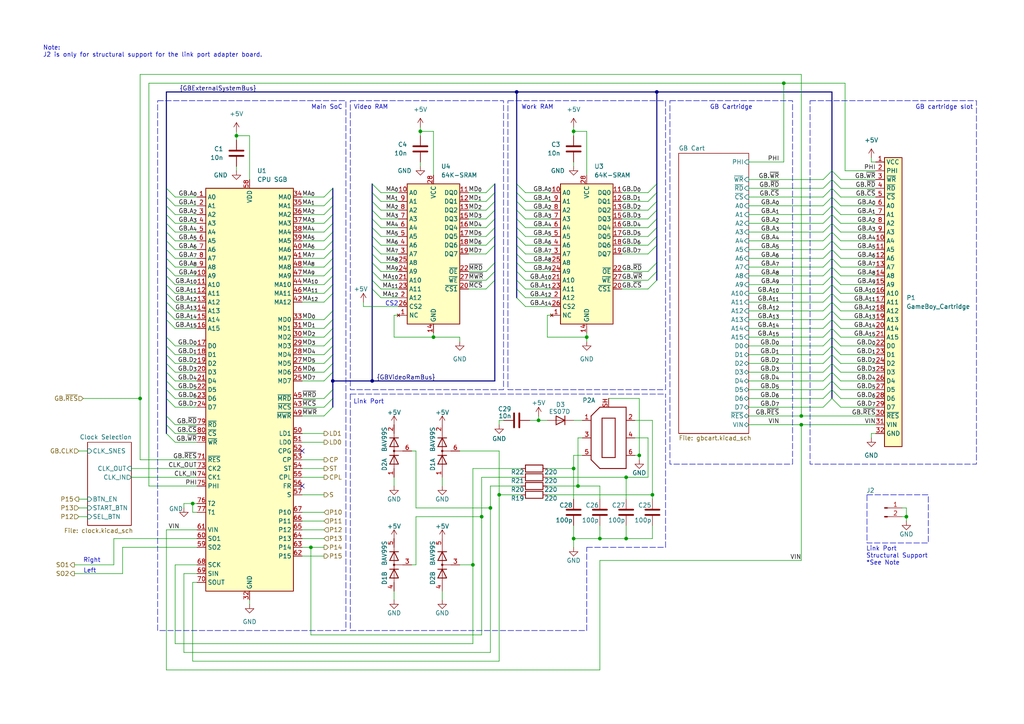
<source format=kicad_sch>
(kicad_sch (version 20231120) (generator "eeschema") (generator_version "8.0")
  (paper "A4")
  (title_block (title "SGB-MBC5-01") (date "2024-04-03") (rev "1.0") (company "https://github.com/MouseBiteLabs") (comment 1 "Adapted from: https://github.com/gekkio/gb-schematics"))
  (lib_symbols
    (symbol "Connector:Conn_01x02_Pin" (pin_names (offset 1.016) hide)
      (property "Reference" "J" (at 0 2.54 0))
      (property "Value" "Conn_01x02_Pin" (at 0 -5.08 0))
      (symbol "Conn_01x02_Pin_1_1"
        (pin passive line (at 5.08 0 180) (length 3.81) (name "Pin_1") (number "1"))
        (pin passive line (at 5.08 -2.54 180) (length 3.81) (name "Pin_2") (number "2"))
      )
    )
    (symbol "Device:C" (pin_numbers hide) (pin_names (offset 0.254))
      (property "Reference" "C" (at 0.635 2.54 0))
      (property "Value" "C" (at 0.635 -2.54 0))
      (symbol "C_1_1"
        (pin passive line (at 0 3.81 270) (length 2.794) (name "~") (number "1"))
        (pin passive line (at 0 -3.81 90) (length 2.794) (name "~") (number "2"))
      )
    )
    (symbol "Device:D" (pin_numbers hide) (pin_names (offset 1.016) hide)
      (property "Reference" "D" (at 0 2.54 0))
      (property "Value" "D" (at 0 -2.54 0))
      (symbol "D_1_1"
        (pin passive line (at -3.81 0 0) (length 2.54) (name "K") (number "1"))
        (pin passive line (at 3.81 0 180) (length 2.54) (name "A") (number "2"))
      )
    )
    (symbol "Device:R" (pin_numbers hide) (pin_names (offset 0))
      (property "Reference" "R" (at 2.032 0 90))
      (property "Value" "R" (at 0 0 90))
      (symbol "R_1_1"
        (pin passive line (at 0 3.81 270) (length 1.27) (name "~") (number "1"))
        (pin passive line (at 0 -3.81 90) (length 1.27) (name "~") (number "2"))
      )
    )
    (symbol "Diode:BAV99S" (pin_names (offset 0.0254) hide)
      (property "Reference" "D" (at 0 2.54 0))
      (property "Value" "BAV99S" (at 0 5.08 0))
      (symbol "BAV99S_1_1"
        (pin passive line (at -7.62 0 0) (length 2.54) (name "A1") (number "1"))
        (pin passive line (at 7.62 0 180) (length 2.54) (name "K2") (number "2"))
        (pin passive line (at 0 -5.08 90) (length 2.54) (name "K3A4") (number "6"))
      )
      (symbol "BAV99S_2_1"
        (pin passive line (at 0 -5.08 90) (length 2.54) (name "K1A2") (number "3"))
        (pin passive line (at -7.62 0 0) (length 2.54) (name "A3") (number "4"))
        (pin passive line (at 7.62 0 180) (length 2.54) (name "K4") (number "5"))
      )
    )
    (symbol "Gekkio_CPU_Nintendo:GameBoy_CPU_SGB"
      (property "Reference" "U" (at -12.7 59.69 0))
      (property "Value" "GameBoy_CPU_SGB" (at 1.27 59.69 0))
      (symbol "GameBoy_CPU_SGB_1_1"
        (pin bidirectional line (at -15.24 55.88 0) (length 2.54) (name "A0") (number "1"))
        (pin bidirectional line (at -15.24 33.02 0) (length 2.54) (name "A9") (number "10"))
        (pin bidirectional line (at -15.24 30.48 0) (length 2.54) (name "A10") (number "11"))
        (pin bidirectional line (at -15.24 27.94 0) (length 2.54) (name "A11") (number "12"))
        (pin bidirectional line (at -15.24 25.4 0) (length 2.54) (name "A12") (number "13"))
        (pin bidirectional line (at -15.24 22.86 0) (length 2.54) (name "A13") (number "14"))
        (pin bidirectional line (at -15.24 20.32 0) (length 2.54) (name "A14") (number "15"))
        (pin bidirectional line (at -15.24 17.78 0) (length 2.54) (name "A15") (number "16"))
        (pin bidirectional line (at -15.24 12.7 0) (length 2.54) (name "D0") (number "17"))
        (pin bidirectional line (at -15.24 10.16 0) (length 2.54) (name "D1") (number "18"))
        (pin bidirectional line (at -15.24 7.62 0) (length 2.54) (name "D2") (number "19"))
        (pin bidirectional line (at -15.24 53.34 0) (length 2.54) (name "A1") (number "2"))
        (pin bidirectional line (at -15.24 5.08 0) (length 2.54) (name "D3") (number "20"))
        (pin bidirectional line (at -15.24 2.54 0) (length 2.54) (name "D4") (number "21"))
        (pin bidirectional line (at -15.24 0 0) (length 2.54) (name "D5") (number "22"))
        (pin bidirectional line (at -15.24 -2.54 0) (length 2.54) (name "D6") (number "23"))
        (pin bidirectional line (at -15.24 -5.08 0) (length 2.54) (name "D7") (number "24"))
        (pin bidirectional line (at 15.24 2.54 180) (length 2.54) (name "MD7") (number "25"))
        (pin bidirectional line (at 15.24 5.08 180) (length 2.54) (name "MD6") (number "26"))
        (pin bidirectional line (at 15.24 7.62 180) (length 2.54) (name "MD5") (number "27"))
        (pin bidirectional line (at 15.24 10.16 180) (length 2.54) (name "MD4") (number "28"))
        (pin bidirectional line (at 15.24 12.7 180) (length 2.54) (name "MD3") (number "29"))
        (pin bidirectional line (at -15.24 50.8 0) (length 2.54) (name "A2") (number "3"))
        (pin bidirectional line (at 15.24 15.24 180) (length 2.54) (name "MD2") (number "30"))
        (pin bidirectional line (at 15.24 17.78 180) (length 2.54) (name "MD1") (number "31"))
        (pin power_in line (at 0 -60.96 90) (length 2.54) (name "GND") (number "32"))
        (pin bidirectional line (at 15.24 20.32 180) (length 2.54) (name "MD0") (number "33"))
        (pin output line (at 15.24 55.88 180) (length 2.54) (name "MA0") (number "34"))
        (pin output line (at 15.24 53.34 180) (length 2.54) (name "MA1") (number "35"))
        (pin output line (at 15.24 50.8 180) (length 2.54) (name "MA2") (number "36"))
        (pin output line (at 15.24 48.26 180) (length 2.54) (name "MA3") (number "37"))
        (pin output line (at 15.24 45.72 180) (length 2.54) (name "MA4") (number "38"))
        (pin output line (at 15.24 43.18 180) (length 2.54) (name "MA5") (number "39"))
        (pin bidirectional line (at -15.24 48.26 0) (length 2.54) (name "A3") (number "4"))
        (pin output line (at 15.24 40.64 180) (length 2.54) (name "MA6") (number "40"))
        (pin output line (at 15.24 38.1 180) (length 2.54) (name "MA7") (number "41"))
        (pin output line (at 15.24 25.4 180) (length 2.54) (name "MA12") (number "42"))
        (pin bidirectional line (at 15.24 -5.08 180) (length 2.54) (name "~{MCS}") (number "43"))
        (pin output line (at 15.24 30.48 180) (length 2.54) (name "MA10") (number "44"))
        (pin bidirectional line (at 15.24 -2.54 180) (length 2.54) (name "~{MRD}") (number "45"))
        (pin output line (at 15.24 27.94 180) (length 2.54) (name "MA11") (number "46"))
        (pin output line (at 15.24 33.02 180) (length 2.54) (name "MA9") (number "47"))
        (pin output line (at 15.24 35.56 180) (length 2.54) (name "MA8") (number "48"))
        (pin bidirectional line (at 15.24 -7.62 180) (length 2.54) (name "~{MWR}") (number "49"))
        (pin bidirectional line (at -15.24 45.72 0) (length 2.54) (name "A4") (number "5"))
        (pin output line (at 15.24 -12.7 180) (length 2.54) (name "LD1") (number "50"))
        (pin output line (at 15.24 -15.24 180) (length 2.54) (name "LD0") (number "51"))
        (pin output line (at 15.24 -17.78 180) (length 2.54) (name "CPG") (number "52"))
        (pin output line (at 15.24 -20.32 180) (length 2.54) (name "CP") (number "53"))
        (pin output line (at 15.24 -22.86 180) (length 2.54) (name "ST") (number "54"))
        (pin output line (at 15.24 -25.4 180) (length 2.54) (name "CPL") (number "55"))
        (pin output line (at 15.24 -27.94 180) (length 2.54) (name "FR") (number "56"))
        (pin output line (at 15.24 -30.48 180) (length 2.54) (name "S") (number "57"))
        (pin power_in line (at 0 60.96 270) (length 2.54) (name "VDD") (number "58"))
        (pin output line (at -15.24 -45.72 0) (length 2.54) (name "SO2") (number "59"))
        (pin bidirectional line (at -15.24 43.18 0) (length 2.54) (name "A5") (number "6"))
        (pin output line (at -15.24 -43.18 0) (length 2.54) (name "SO1") (number "60"))
        (pin input line (at -15.24 -40.64 0) (length 2.54) (name "VIN") (number "61"))
        (pin output line (at 15.24 -48.26 180) (length 2.54) (name "P15") (number "62"))
        (pin output line (at 15.24 -45.72 180) (length 2.54) (name "P14") (number "63"))
        (pin bidirectional line (at 15.24 -43.18 180) (length 2.54) (name "P13") (number "64"))
        (pin bidirectional line (at 15.24 -40.64 180) (length 2.54) (name "P12") (number "65"))
        (pin bidirectional line (at 15.24 -38.1 180) (length 2.54) (name "P11") (number "66"))
        (pin bidirectional line (at 15.24 -35.56 180) (length 2.54) (name "P10") (number "67"))
        (pin bidirectional line (at -15.24 -50.8 0) (length 2.54) (name "SCK") (number "68"))
        (pin bidirectional line (at -15.24 -53.34 0) (length 2.54) (name "SIN") (number "69"))
        (pin bidirectional line (at -15.24 40.64 0) (length 2.54) (name "A6") (number "7"))
        (pin output line (at -15.24 -55.88 0) (length 2.54) (name "SOUT") (number "70"))
        (pin input line (at -15.24 -20.32 0) (length 2.54) (name "~{RES}") (number "71"))
        (pin passive line (at 0 -60.96 90) (length 2.54) hide (name "GND") (number "72"))
        (pin passive line (at -15.24 -22.86 0) (length 2.54) (name "CK2") (number "73"))
        (pin input line (at -15.24 -25.4 0) (length 2.54) (name "CK1") (number "74"))
        (pin output line (at -15.24 -27.94 0) (length 2.54) (name "PHI") (number "75"))
        (pin input line (at -15.24 -33.02 0) (length 2.54) (name "T2") (number "76"))
        (pin input line (at -15.24 -35.56 0) (length 2.54) (name "T1") (number "77"))
        (pin bidirectional line (at -15.24 -15.24 0) (length 2.54) (name "~{WR}") (number "78"))
        (pin bidirectional line (at -15.24 -10.16 0) (length 2.54) (name "~{RD}") (number "79"))
        (pin bidirectional line (at -15.24 38.1 0) (length 2.54) (name "A7") (number "8"))
        (pin output line (at -15.24 -12.7 0) (length 2.54) (name "~{CS}") (number "80"))
        (pin bidirectional line (at -15.24 35.56 0) (length 2.54) (name "A8") (number "9"))
      )
    )
    (symbol "Gekkio_Connector_Specialized:GameBoy_Cartridge"
      (property "Reference" "J" (at 0 43.18 0))
      (property "Value" "GameBoy_Cartridge" (at 0 -43.18 0))
      (symbol "GameBoy_Cartridge_1_1"
        (pin passive line (at -5.08 40.64 0) (length 2.54) (name "VCC") (number "1"))
        (pin passive line (at -5.08 17.78 0) (length 2.54) (name "A4") (number "10"))
        (pin passive line (at -5.08 15.24 0) (length 2.54) (name "A5") (number "11"))
        (pin passive line (at -5.08 12.7 0) (length 2.54) (name "A6") (number "12"))
        (pin passive line (at -5.08 10.16 0) (length 2.54) (name "A7") (number "13"))
        (pin passive line (at -5.08 7.62 0) (length 2.54) (name "A8") (number "14"))
        (pin passive line (at -5.08 5.08 0) (length 2.54) (name "A9") (number "15"))
        (pin passive line (at -5.08 2.54 0) (length 2.54) (name "A10") (number "16"))
        (pin passive line (at -5.08 0 0) (length 2.54) (name "A11") (number "17"))
        (pin passive line (at -5.08 -2.54 0) (length 2.54) (name "A12") (number "18"))
        (pin passive line (at -5.08 -5.08 0) (length 2.54) (name "A13") (number "19"))
        (pin passive line (at -5.08 38.1 0) (length 2.54) (name "PHI") (number "2"))
        (pin passive line (at -5.08 -7.62 0) (length 2.54) (name "A14") (number "20"))
        (pin passive line (at -5.08 -10.16 0) (length 2.54) (name "A15") (number "21"))
        (pin passive line (at -5.08 -12.7 0) (length 2.54) (name "D0") (number "22"))
        (pin passive line (at -5.08 -15.24 0) (length 2.54) (name "D1") (number "23"))
        (pin passive line (at -5.08 -17.78 0) (length 2.54) (name "D2") (number "24"))
        (pin passive line (at -5.08 -20.32 0) (length 2.54) (name "D3") (number "25"))
        (pin passive line (at -5.08 -22.86 0) (length 2.54) (name "D4") (number "26"))
        (pin passive line (at -5.08 -25.4 0) (length 2.54) (name "D5") (number "27"))
        (pin passive line (at -5.08 -27.94 0) (length 2.54) (name "D6") (number "28"))
        (pin passive line (at -5.08 -30.48 0) (length 2.54) (name "D7") (number "29"))
        (pin passive line (at -5.08 35.56 0) (length 2.54) (name "~{WR}") (number "3"))
        (pin passive line (at -5.08 -33.02 0) (length 2.54) (name "~{RES}") (number "30"))
        (pin passive line (at -5.08 -35.56 0) (length 2.54) (name "VIN") (number "31"))
        (pin passive line (at -5.08 -38.1 0) (length 2.54) (name "GND") (number "32"))
        (pin passive line (at -5.08 33.02 0) (length 2.54) (name "~{RD}") (number "4"))
        (pin passive line (at -5.08 30.48 0) (length 2.54) (name "~{CS}") (number "5"))
        (pin passive line (at -5.08 27.94 0) (length 2.54) (name "A0") (number "6"))
        (pin passive line (at -5.08 25.4 0) (length 2.54) (name "A1") (number "7"))
        (pin passive line (at -5.08 22.86 0) (length 2.54) (name "A2") (number "8"))
        (pin passive line (at -5.08 20.32 0) (length 2.54) (name "A3") (number "9"))
      )
    )
    (symbol "Gekkio_Memory_RAM:JESD21-C_3.7.5.4-8k_x8_SRAM_SOIC-28W"
      (property "Reference" "U" (at -2.54 21.59 0))
      (property "Value" "JESD21-C_3.7.5.4-8k_x8_SRAM_SOIC-28W" (at 2.54 21.59 0))
      (symbol "JESD21-C_3.7.5.4-8k_x8_SRAM_SOIC-28W_1_1"
        (pin no_connect line (at -10.16 -17.78 0) (length 2.54) (name "NC") (number "1"))
        (pin input line (at -10.16 17.78 0) (length 2.54) (name "A0") (number "10"))
        (pin bidirectional line (at 10.16 17.78 180) (length 2.54) (name "DQ0") (number "11"))
        (pin bidirectional line (at 10.16 15.24 180) (length 2.54) (name "DQ1") (number "12"))
        (pin bidirectional line (at 10.16 12.7 180) (length 2.54) (name "DQ2") (number "13"))
        (pin power_in line (at 0 -22.86 90) (length 2.54) (name "GND") (number "14"))
        (pin bidirectional line (at 10.16 10.16 180) (length 2.54) (name "DQ3") (number "15"))
        (pin bidirectional line (at 10.16 7.62 180) (length 2.54) (name "DQ4") (number "16"))
        (pin bidirectional line (at 10.16 5.08 180) (length 2.54) (name "DQ5") (number "17"))
        (pin bidirectional line (at 10.16 2.54 180) (length 2.54) (name "DQ6") (number "18"))
        (pin bidirectional line (at 10.16 0 180) (length 2.54) (name "DQ7") (number "19"))
        (pin input line (at -10.16 -12.7 0) (length 2.54) (name "A12") (number "2"))
        (pin input line (at 10.16 -10.16 180) (length 2.54) (name "~{CS1}") (number "20"))
        (pin input line (at -10.16 -7.62 0) (length 2.54) (name "A10") (number "21"))
        (pin input line (at 10.16 -5.08 180) (length 2.54) (name "~{OE}") (number "22"))
        (pin input line (at -10.16 -10.16 0) (length 2.54) (name "A11") (number "23"))
        (pin input line (at -10.16 -5.08 0) (length 2.54) (name "A9") (number "24"))
        (pin input line (at -10.16 -2.54 0) (length 2.54) (name "A8") (number "25"))
        (pin input line (at -10.16 -15.24 0) (length 2.54) (name "CS2") (number "26"))
        (pin input line (at 10.16 -7.62 180) (length 2.54) (name "~{WE}") (number "27"))
        (pin power_in line (at 0 22.86 270) (length 2.54) (name "VCC") (number "28"))
        (pin input line (at -10.16 0 0) (length 2.54) (name "A7") (number "3"))
        (pin input line (at -10.16 2.54 0) (length 2.54) (name "A6") (number "4"))
        (pin input line (at -10.16 5.08 0) (length 2.54) (name "A5") (number "5"))
        (pin input line (at -10.16 7.62 0) (length 2.54) (name "A4") (number "6"))
        (pin input line (at -10.16 10.16 0) (length 2.54) (name "A3") (number "7"))
        (pin input line (at -10.16 12.7 0) (length 2.54) (name "A2") (number "8"))
        (pin input line (at -10.16 15.24 0) (length 2.54) (name "A1") (number "9"))
      )
    )
    (symbol "MGBC-MBL-01_2_1-eagle-import:LINKPORTCGB-LINK"
      (symbol "LINKPORTCGB-LINK_1_0"
        (pin bidirectional line (at -7.62 5.08 0) (length 2.54) (name "+5V") (number "1"))
        (pin bidirectional line (at 7.62 5.08 180) (length 2.54) (name "OUT") (number "2"))
        (pin bidirectional line (at -7.62 0 0) (length 2.54) (name "IN") (number "3"))
        (pin bidirectional line (at 7.62 0 180) (length 2.54) (name "SD") (number "4"))
        (pin bidirectional line (at -7.62 -5.08 0) (length 2.54) (name "CLK") (number "5"))
        (pin bidirectional line (at 7.62 -5.08 180) (length 2.54) (name "GND") (number "6"))
      )
      (symbol "LINKPORTCGB-LINK_1_1"
        (pin power_out line (at 0 11.43 270) (length 2.54) (name "") (number "SH"))
      )
      (symbol "LINKPORTCGB-LINK_2_0"
        (pin power_in line (at 0 7.62 270) (length 5.08) (name "GND") (number "P$7"))
      )
      (symbol "LINKPORTCGB-LINK_3_0"
        (pin power_in line (at 0 7.62 270) (length 5.08) (name "GND") (number "P$10"))
      )
    )
    (symbol "power:+5V" (power) (pin_names (offset 0))
      (property "Value" "+5V" (at 0 3.556 0))
      (symbol "+5V_1_1"
        (pin power_in line (at 0 0 90) (length 0) hide (name "+5V") (number "1"))
      )
    )
    (symbol "power:GND" (power) (pin_names (offset 0))
      (property "Value" "GND" (at 0 -3.81 0))
      (symbol "GND_1_1"
        (pin power_in line (at 0 0 270) (length 0) hide (name "GND") (number "1"))
      )
    )
  )
  (bus_alias "GBExternalSystemBus" (members "GB.A_{[0..15]}" "GB.D_{[0..7]}" "GB.~{RD}" "GB.~{CS}" "GB.~{WR}"))
  (bus_alias "GBVideoRamBus" (members "MA_{[0..12]}" "MD_{[0..7]}" "~{MRD}" "~{MWR}" "~{MCS}"))
  (junction (at 189.23 143.51))
  (junction (at 262.89 149.86))
  (junction (at 167.64 140.97))
  (junction (at 232.41 123.19))
  (junction (at 40.64 115.57))
  (junction (at 107.95 110.49))
  (junction (at 55.88 146.05))
  (junction (at 149.86 26.67))
  (junction (at 68.58 39.37))
  (junction (at 142.24 147.32))
  (junction (at 181.61 156.21))
  (junction (at 166.37 135.89))
  (junction (at 170.18 97.79))
  (junction (at 90.17 158.75))
  (junction (at 137.16 163.83))
  (junction (at 139.7 149.86))
  (junction (at 125.73 97.79))
  (junction (at 121.92 38.1))
  (junction (at 144.78 143.51))
  (junction (at 156.21 121.92))
  (junction (at 96.52 110.49))
  (junction (at 227.33 24.13))
  (junction (at 166.37 38.1))
  (junction (at 181.61 138.43))
  (junction (at 166.37 156.21))
  (junction (at 173.99 156.21))
  (junction (at 232.41 120.65))
  (junction (at 190.5 26.67))
  (junction (at 185.42 132.08))
  (no_connect (at 87.63 140.97))
  (no_connect (at 87.63 130.81))
  (bus_entry (at 190.5 78.74) (size -2.54 2.54))
  (bus_entry (at 241.3 115.57) (size 2.54 2.54))
  (bus_entry (at 238.76 95.25) (size 2.54 -2.54))
  (bus_entry (at 93.98 97.79) (size 2.54 -2.54))
  (bus_entry (at 149.86 53.34) (size 2.54 2.54))
  (bus_entry (at 241.3 74.93) (size 2.54 2.54))
  (bus_entry (at 149.86 55.88) (size 2.54 2.54))
  (bus_entry (at 241.3 107.95) (size 2.54 2.54))
  (bus_entry (at 238.76 64.77) (size 2.54 -2.54))
  (bus_entry (at 48.26 62.23) (size 2.54 2.54))
  (bus_entry (at 48.26 102.87) (size 2.54 2.54))
  (bus_entry (at 241.3 52.07) (size 2.54 2.54))
  (bus_entry (at 190.5 81.28) (size -2.54 2.54))
  (bus_entry (at 241.3 72.39) (size 2.54 2.54))
  (bus_entry (at 241.3 95.25) (size 2.54 2.54))
  (bus_entry (at 238.76 102.87) (size 2.54 -2.54))
  (bus_entry (at 93.98 69.85) (size 2.54 -2.54))
  (bus_entry (at 238.76 113.03) (size 2.54 -2.54))
  (bus_entry (at 48.26 54.61) (size 2.54 2.54))
  (bus_entry (at 190.5 68.58) (size -2.54 2.54))
  (bus_entry (at 238.76 82.55) (size 2.54 -2.54))
  (bus_entry (at 48.26 80.01) (size 2.54 2.54))
  (bus_entry (at 107.95 81.28) (size 2.54 2.54))
  (bus_entry (at 149.86 73.66) (size 2.54 2.54))
  (bus_entry (at 48.26 57.15) (size 2.54 2.54))
  (bus_entry (at 149.86 86.36) (size 2.54 2.54))
  (bus_entry (at 238.76 87.63) (size 2.54 -2.54))
  (bus_entry (at 241.3 113.03) (size 2.54 2.54))
  (bus_entry (at 140.97 58.42) (size 2.54 -2.54))
  (bus_entry (at 238.76 100.33) (size 2.54 -2.54))
  (bus_entry (at 241.3 90.17) (size 2.54 2.54))
  (bus_entry (at 238.76 97.79) (size 2.54 -2.54))
  (bus_entry (at 93.98 107.95) (size 2.54 -2.54))
  (bus_entry (at 241.3 59.69) (size 2.54 2.54))
  (bus_entry (at 241.3 102.87) (size 2.54 2.54))
  (bus_entry (at 241.3 82.55) (size 2.54 2.54))
  (bus_entry (at 48.26 115.57) (size 2.54 2.54))
  (bus_entry (at 238.76 72.39) (size 2.54 -2.54))
  (bus_entry (at 238.76 57.15) (size 2.54 -2.54))
  (bus_entry (at 238.76 77.47) (size 2.54 -2.54))
  (bus_entry (at 48.26 92.71) (size 2.54 2.54))
  (bus_entry (at 241.3 67.31) (size 2.54 2.54))
  (bus_entry (at 93.98 87.63) (size 2.54 -2.54))
  (bus_entry (at 149.86 58.42) (size 2.54 2.54))
  (bus_entry (at 48.26 82.55) (size 2.54 2.54))
  (bus_entry (at 93.98 80.01) (size 2.54 -2.54))
  (bus_entry (at 241.3 57.15) (size 2.54 2.54))
  (bus_entry (at 241.3 105.41) (size 2.54 2.54))
  (bus_entry (at 93.98 118.11) (size 2.54 -2.54))
  (bus_entry (at 48.26 113.03) (size 2.54 2.54))
  (bus_entry (at 140.97 73.66) (size 2.54 -2.54))
  (bus_entry (at 107.95 83.82) (size 2.54 2.54))
  (bus_entry (at 93.98 77.47) (size 2.54 -2.54))
  (bus_entry (at 48.26 64.77) (size 2.54 2.54))
  (bus_entry (at 241.3 80.01) (size 2.54 2.54))
  (bus_entry (at 48.26 125.73) (size 2.54 2.54))
  (bus_entry (at 149.86 60.96) (size 2.54 2.54))
  (bus_entry (at 48.26 120.65) (size 2.54 2.54))
  (bus_entry (at 107.95 55.88) (size 2.54 2.54))
  (bus_entry (at 149.86 68.58) (size 2.54 2.54))
  (bus_entry (at 238.76 54.61) (size 2.54 -2.54))
  (bus_entry (at 190.5 66.04) (size -2.54 2.54))
  (bus_entry (at 48.26 100.33) (size 2.54 2.54))
  (bus_entry (at 241.3 92.71) (size 2.54 2.54))
  (bus_entry (at 190.5 63.5) (size -2.54 2.54))
  (bus_entry (at 93.98 74.93) (size 2.54 -2.54))
  (bus_entry (at 140.97 55.88) (size 2.54 -2.54))
  (bus_entry (at 107.95 58.42) (size 2.54 2.54))
  (bus_entry (at 241.3 64.77) (size 2.54 2.54))
  (bus_entry (at 149.86 71.12) (size 2.54 2.54))
  (bus_entry (at 140.97 60.96) (size 2.54 -2.54))
  (bus_entry (at 140.97 71.12) (size 2.54 -2.54))
  (bus_entry (at 48.26 110.49) (size 2.54 2.54))
  (bus_entry (at 241.3 62.23) (size 2.54 2.54))
  (bus_entry (at 238.76 74.93) (size 2.54 -2.54))
  (bus_entry (at 107.95 53.34) (size 2.54 2.54))
  (bus_entry (at 93.98 115.57) (size 2.54 -2.54))
  (bus_entry (at 48.26 59.69) (size 2.54 2.54))
  (bus_entry (at 238.76 52.07) (size 2.54 -2.54))
  (bus_entry (at 93.98 95.25) (size 2.54 -2.54))
  (bus_entry (at 190.5 60.96) (size -2.54 2.54))
  (bus_entry (at 48.26 69.85) (size 2.54 2.54))
  (bus_entry (at 238.76 67.31) (size 2.54 -2.54))
  (bus_entry (at 107.95 71.12) (size 2.54 2.54))
  (bus_entry (at 48.26 87.63) (size 2.54 2.54))
  (bus_entry (at 93.98 72.39) (size 2.54 -2.54))
  (bus_entry (at 238.76 118.11) (size 2.54 -2.54))
  (bus_entry (at 107.95 60.96) (size 2.54 2.54))
  (bus_entry (at 241.3 87.63) (size 2.54 2.54))
  (bus_entry (at 93.98 62.23) (size 2.54 -2.54))
  (bus_entry (at 241.3 77.47) (size 2.54 2.54))
  (bus_entry (at 140.97 78.74) (size 2.54 -2.54))
  (bus_entry (at 48.26 74.93) (size 2.54 2.54))
  (bus_entry (at 48.26 105.41) (size 2.54 2.54))
  (bus_entry (at 241.3 100.33) (size 2.54 2.54))
  (bus_entry (at 190.5 76.2) (size -2.54 2.54))
  (bus_entry (at 48.26 67.31) (size 2.54 2.54))
  (bus_entry (at 241.3 49.53) (size 2.54 2.54))
  (bus_entry (at 190.5 53.34) (size -2.54 2.54))
  (bus_entry (at 48.26 72.39) (size 2.54 2.54))
  (bus_entry (at 93.98 120.65) (size 2.54 -2.54))
  (bus_entry (at 48.26 90.17) (size 2.54 2.54))
  (bus_entry (at 107.95 66.04) (size 2.54 2.54))
  (bus_entry (at 238.76 59.69) (size 2.54 -2.54))
  (bus_entry (at 107.95 76.2) (size 2.54 2.54))
  (bus_entry (at 93.98 57.15) (size 2.54 -2.54))
  (bus_entry (at 241.3 110.49) (size 2.54 2.54))
  (bus_entry (at 107.95 63.5) (size 2.54 2.54))
  (bus_entry (at 149.86 83.82) (size 2.54 2.54))
  (bus_entry (at 93.98 64.77) (size 2.54 -2.54))
  (bus_entry (at 93.98 102.87) (size 2.54 -2.54))
  (bus_entry (at 238.76 69.85) (size 2.54 -2.54))
  (bus_entry (at 238.76 105.41) (size 2.54 -2.54))
  (bus_entry (at 93.98 110.49) (size 2.54 -2.54))
  (bus_entry (at 107.95 68.58) (size 2.54 2.54))
  (bus_entry (at 241.3 85.09) (size 2.54 2.54))
  (bus_entry (at 149.86 78.74) (size 2.54 2.54))
  (bus_entry (at 48.26 77.47) (size 2.54 2.54))
  (bus_entry (at 238.76 110.49) (size 2.54 -2.54))
  (bus_entry (at 241.3 97.79) (size 2.54 2.54))
  (bus_entry (at 107.95 73.66) (size 2.54 2.54))
  (bus_entry (at 238.76 107.95) (size 2.54 -2.54))
  (bus_entry (at 93.98 59.69) (size 2.54 -2.54))
  (bus_entry (at 140.97 81.28) (size 2.54 -2.54))
  (bus_entry (at 140.97 63.5) (size 2.54 -2.54))
  (bus_entry (at 190.5 58.42) (size -2.54 2.54))
  (bus_entry (at 238.76 62.23) (size 2.54 -2.54))
  (bus_entry (at 140.97 83.82) (size 2.54 -2.54))
  (bus_entry (at 48.26 123.19) (size 2.54 2.54))
  (bus_entry (at 149.86 63.5) (size 2.54 2.54))
  (bus_entry (at 238.76 90.17) (size 2.54 -2.54))
  (bus_entry (at 190.5 55.88) (size -2.54 2.54))
  (bus_entry (at 238.76 80.01) (size 2.54 -2.54))
  (bus_entry (at 93.98 82.55) (size 2.54 -2.54))
  (bus_entry (at 140.97 68.58) (size 2.54 -2.54))
  (bus_entry (at 93.98 92.71) (size 2.54 -2.54))
  (bus_entry (at 238.76 85.09) (size 2.54 -2.54))
  (bus_entry (at 93.98 85.09) (size 2.54 -2.54))
  (bus_entry (at 241.3 54.61) (size 2.54 2.54))
  (bus_entry (at 48.26 97.79) (size 2.54 2.54))
  (bus_entry (at 48.26 107.95) (size 2.54 2.54))
  (bus_entry (at 149.86 66.04) (size 2.54 2.54))
  (bus_entry (at 93.98 105.41) (size 2.54 -2.54))
  (bus_entry (at 149.86 81.28) (size 2.54 2.54))
  (bus_entry (at 238.76 115.57) (size 2.54 -2.54))
  (bus_entry (at 140.97 66.04) (size 2.54 -2.54))
  (bus_entry (at 190.5 71.12) (size -2.54 2.54))
  (bus_entry (at 241.3 69.85) (size 2.54 2.54))
  (bus_entry (at 48.26 85.09) (size 2.54 2.54))
  (bus_entry (at 149.86 76.2) (size 2.54 2.54))
  (bus_entry (at 107.95 78.74) (size 2.54 2.54))
  (bus_entry (at 93.98 67.31) (size 2.54 -2.54))
  (bus_entry (at 93.98 100.33) (size 2.54 -2.54))
  (bus_entry (at 238.76 92.71) (size 2.54 -2.54))
  (wire (pts (xy 152.4 78.74) (xy 160.02 78.74)))
  (wire (pts (xy 68.58 38.1) (xy 68.58 39.37)))
  (bus (pts (xy 241.3 95.25) (xy 241.3 92.71)))
  (wire (pts (xy 232.41 120.65) (xy 254 120.65)))
  (wire (pts (xy 187.96 58.42) (xy 180.34 58.42)))
  (wire (pts (xy 166.37 135.89) (xy 166.37 144.78)))
  (wire (pts (xy 217.17 115.57) (xy 238.76 115.57)))
  (wire (pts (xy 50.8 62.23) (xy 57.15 62.23)))
  (wire (pts (xy 245.11 24.13) (xy 245.11 49.53)))
  (wire (pts (xy 87.63 80.01) (xy 93.98 80.01)))
  (wire (pts (xy 57.15 168.91) (xy 55.88 168.91)))
  (wire (pts (xy 21.59 166.37) (xy 35.56 166.37)))
  (wire (pts (xy 90.17 184.15) (xy 139.7 184.15)))
  (wire (pts (xy 144.78 130.81) (xy 144.78 143.51)))
  (wire (pts (xy 87.63 115.57) (xy 93.98 115.57)))
  (wire (pts (xy 87.63 82.55) (xy 93.98 82.55)))
  (bus (pts (xy 149.86 66.04) (xy 149.86 68.58)))
  (bus (pts (xy 190.5 58.42) (xy 190.5 55.88)))
  (wire (pts (xy 119.38 163.83) (xy 120.65 163.83)))
  (bus (pts (xy 96.52 100.33) (xy 96.52 102.87)))
  (wire (pts (xy 87.63 148.59) (xy 93.98 148.59)))
  (wire (pts (xy 243.84 110.49) (xy 254 110.49)))
  (bus (pts (xy 107.95 60.96) (xy 107.95 63.5)))
  (bus (pts (xy 96.52 85.09) (xy 96.52 90.17)))
  (wire (pts (xy 135.89 68.58) (xy 140.97 68.58)))
  (bus (pts (xy 241.3 57.15) (xy 241.3 54.61)))
  (wire (pts (xy 53.34 146.05) (xy 55.88 146.05)))
  (wire (pts (xy 217.17 97.79) (xy 238.76 97.79)))
  (bus (pts (xy 107.95 66.04) (xy 107.95 68.58)))
  (wire (pts (xy 189.23 143.51) (xy 189.23 144.78)))
  (wire (pts (xy 50.8 92.71) (xy 57.15 92.71)))
  (wire (pts (xy 144.78 143.51) (xy 151.13 143.51)))
  (wire (pts (xy 217.17 113.03) (xy 238.76 113.03)))
  (bus (pts (xy 96.52 110.49) (xy 96.52 113.03)))
  (wire (pts (xy 114.3 91.44) (xy 114.3 97.79)))
  (bus (pts (xy 96.52 67.31) (xy 96.52 69.85)))
  (bus (pts (xy 149.86 71.12) (xy 149.86 73.66)))
  (wire (pts (xy 217.17 100.33) (xy 238.76 100.33)))
  (bus (pts (xy 48.26 115.57) (xy 48.26 120.65)))
  (wire (pts (xy 152.4 86.36) (xy 160.02 86.36)))
  (wire (pts (xy 166.37 38.1) (xy 170.18 38.1)))
  (bus (pts (xy 190.5 55.88) (xy 190.5 53.34)))
  (wire (pts (xy 121.92 38.1) (xy 125.73 38.1)))
  (wire (pts (xy 125.73 38.1) (xy 125.73 50.8)))
  (wire (pts (xy 167.64 127) (xy 167.64 140.97)))
  (wire (pts (xy 87.63 95.25) (xy 93.98 95.25)))
  (wire (pts (xy 232.41 21.59) (xy 232.41 120.65)))
  (bus (pts (xy 48.26 54.61) (xy 48.26 57.15)))
  (bus (pts (xy 143.51 55.88) (xy 143.51 58.42)))
  (wire (pts (xy 33.02 156.21) (xy 57.15 156.21)))
  (wire (pts (xy 50.8 102.87) (xy 57.15 102.87)))
  (wire (pts (xy 243.84 118.11) (xy 254 118.11)))
  (bus (pts (xy 241.3 49.53) (xy 241.3 26.67)))
  (wire (pts (xy 158.75 91.44) (xy 158.75 97.79)))
  (bus (pts (xy 149.86 60.96) (xy 149.86 63.5)))
  (wire (pts (xy 87.63 67.31) (xy 93.98 67.31)))
  (bus (pts (xy 241.3 54.61) (xy 241.3 52.07)))
  (bus (pts (xy 143.51 66.04) (xy 143.51 68.58)))
  (bus (pts (xy 48.26 85.09) (xy 48.26 87.63)))
  (bus (pts (xy 190.5 66.04) (xy 190.5 63.5)))
  (wire (pts (xy 87.63 118.11) (xy 93.98 118.11)))
  (bus (pts (xy 143.51 110.49) (xy 143.51 81.28)))
  (wire (pts (xy 243.84 77.47) (xy 254 77.47)))
  (wire (pts (xy 152.4 73.66) (xy 160.02 73.66)))
  (bus (pts (xy 241.3 72.39) (xy 241.3 69.85)))
  (wire (pts (xy 68.58 39.37) (xy 72.39 39.37)))
  (wire (pts (xy 232.41 162.56) (xy 232.41 123.19)))
  (wire (pts (xy 50.8 64.77) (xy 57.15 64.77)))
  (wire (pts (xy 245.11 49.53) (xy 254 49.53)))
  (wire (pts (xy 243.84 115.57) (xy 254 115.57)))
  (wire (pts (xy 87.63 107.95) (xy 93.98 107.95)))
  (wire (pts (xy 55.88 148.59) (xy 57.15 148.59)))
  (wire (pts (xy 87.63 105.41) (xy 93.98 105.41)))
  (bus (pts (xy 96.52 72.39) (xy 96.52 74.93)))
  (wire (pts (xy 114.3 138.43) (xy 114.3 140.97)))
  (bus (pts (xy 241.3 113.03) (xy 241.3 110.49)))
  (wire (pts (xy 128.27 138.43) (xy 128.27 140.97)))
  (bus (pts (xy 96.52 102.87) (xy 96.52 105.41)))
  (bus (pts (xy 143.51 76.2) (xy 143.51 78.74)))
  (wire (pts (xy 217.17 72.39) (xy 238.76 72.39)))
  (wire (pts (xy 50.8 90.17) (xy 57.15 90.17)))
  (wire (pts (xy 217.17 120.65) (xy 232.41 120.65)))
  (wire (pts (xy 217.17 87.63) (xy 238.76 87.63)))
  (wire (pts (xy 50.8 113.03) (xy 57.15 113.03)))
  (wire (pts (xy 181.61 156.21) (xy 189.23 156.21)))
  (wire (pts (xy 110.49 86.36) (xy 115.57 86.36)))
  (bus (pts (xy 48.26 62.23) (xy 48.26 64.77)))
  (wire (pts (xy 35.56 166.37) (xy 35.56 158.75)))
  (polyline (pts (xy 170.18 158.75) (xy 193.04 158.75)) (stroke (width 0) (type dash)))
  (wire (pts (xy 243.84 85.09) (xy 254 85.09)))
  (wire (pts (xy 187.96 71.12) (xy 180.34 71.12)))
  (bus (pts (xy 48.26 87.63) (xy 48.26 90.17)))
  (wire (pts (xy 110.49 73.66) (xy 115.57 73.66)))
  (bus (pts (xy 143.51 71.12) (xy 143.51 76.2)))
  (wire (pts (xy 156.21 120.65) (xy 156.21 121.92)))
  (polyline (pts (xy 101.6 182.88) (xy 170.18 182.88)) (stroke (width 0) (type dash)))
  (wire (pts (xy 121.92 36.83) (xy 121.92 38.1)))
  (wire (pts (xy 120.65 149.86) (xy 139.7 149.86)))
  (wire (pts (xy 48.26 153.67) (xy 57.15 153.67)))
  (bus (pts (xy 143.51 53.34) (xy 143.51 55.88)))
  (wire (pts (xy 187.96 81.28) (xy 180.34 81.28)))
  (wire (pts (xy 50.8 80.01) (xy 57.15 80.01)))
  (wire (pts (xy 50.8 186.69) (xy 137.16 186.69)))
  (wire (pts (xy 87.63 85.09) (xy 93.98 85.09)))
  (wire (pts (xy 217.17 59.69) (xy 238.76 59.69)))
  (bus (pts (xy 48.26 90.17) (xy 48.26 92.71)))
  (wire (pts (xy 243.84 74.93) (xy 254 74.93)))
  (wire (pts (xy 40.64 21.59) (xy 40.64 115.57)))
  (wire (pts (xy 262.89 149.86) (xy 262.89 151.13)))
  (wire (pts (xy 135.89 60.96) (xy 140.97 60.96)))
  (wire (pts (xy 50.8 105.41) (xy 57.15 105.41)))
  (wire (pts (xy 87.63 133.35) (xy 93.98 133.35)))
  (bus (pts (xy 143.51 68.58) (xy 143.51 71.12)))
  (bus (pts (xy 96.52 57.15) (xy 96.52 59.69)))
  (wire (pts (xy 50.8 77.47) (xy 57.15 77.47)))
  (wire (pts (xy 57.15 166.37) (xy 53.34 166.37)))
  (bus (pts (xy 96.52 107.95) (xy 96.52 110.49)))
  (wire (pts (xy 115.57 91.44) (xy 114.3 91.44)))
  (bus (pts (xy 190.5 76.2) (xy 190.5 71.12)))
  (wire (pts (xy 50.8 115.57) (xy 57.15 115.57)))
  (wire (pts (xy 135.89 63.5) (xy 140.97 63.5)))
  (wire (pts (xy 243.84 62.23) (xy 254 62.23)))
  (wire (pts (xy 166.37 38.1) (xy 166.37 39.37)))
  (wire (pts (xy 48.26 194.31) (xy 173.99 194.31)))
  (wire (pts (xy 87.63 135.89) (xy 93.98 135.89)))
  (wire (pts (xy 151.13 135.89) (xy 137.16 135.89)))
  (wire (pts (xy 217.17 95.25) (xy 238.76 95.25)))
  (wire (pts (xy 135.89 78.74) (xy 140.97 78.74)))
  (wire (pts (xy 243.84 90.17) (xy 254 90.17)))
  (bus (pts (xy 48.26 120.65) (xy 48.26 123.19)))
  (wire (pts (xy 135.89 66.04) (xy 140.97 66.04)))
  (wire (pts (xy 227.33 24.13) (xy 227.33 46.99)))
  (wire (pts (xy 167.64 127) (xy 168.91 127)))
  (bus (pts (xy 149.86 81.28) (xy 149.86 83.82)))
  (wire (pts (xy 158.75 138.43) (xy 181.61 138.43)))
  (bus (pts (xy 107.95 63.5) (xy 107.95 66.04)))
  (bus (pts (xy 48.26 74.93) (xy 48.26 77.47)))
  (bus (pts (xy 48.26 123.19) (xy 48.26 125.73)))
  (wire (pts (xy 110.49 81.28) (xy 115.57 81.28)))
  (wire (pts (xy 167.64 140.97) (xy 173.99 140.97)))
  (wire (pts (xy 187.96 68.58) (xy 180.34 68.58)))
  (bus (pts (xy 96.52 59.69) (xy 96.52 62.23)))
  (wire (pts (xy 50.8 69.85) (xy 57.15 69.85)))
  (wire (pts (xy 217.17 92.71) (xy 238.76 92.71)))
  (wire (pts (xy 156.21 121.92) (xy 158.75 121.92)))
  (wire (pts (xy 252.73 125.73) (xy 252.73 127)))
  (wire (pts (xy 243.84 102.87) (xy 254 102.87)))
  (wire (pts (xy 50.8 74.93) (xy 57.15 74.93)))
  (polyline (pts (xy 101.6 114.3) (xy 101.6 182.88)) (stroke (width 0) (type dash)))
  (wire (pts (xy 243.84 100.33) (xy 254 100.33)))
  (wire (pts (xy 21.59 163.83) (xy 33.02 163.83)))
  (bus (pts (xy 149.86 26.67) (xy 190.5 26.67)))
  (wire (pts (xy 114.3 171.45) (xy 114.3 173.99)))
  (wire (pts (xy 43.18 24.13) (xy 227.33 24.13)))
  (wire (pts (xy 50.8 163.83) (xy 50.8 186.69)))
  (wire (pts (xy 158.75 97.79) (xy 170.18 97.79)))
  (bus (pts (xy 107.95 53.34) (xy 107.95 55.88)))
  (bus (pts (xy 48.26 26.67) (xy 48.26 54.61)))
  (bus (pts (xy 107.95 81.28) (xy 107.95 83.82)))
  (wire (pts (xy 243.84 59.69) (xy 254 59.69)))
  (wire (pts (xy 187.96 78.74) (xy 180.34 78.74)))
  (wire (pts (xy 243.84 54.61) (xy 254 54.61)))
  (wire (pts (xy 187.96 73.66) (xy 180.34 73.66)))
  (polyline (pts (xy 101.6 114.3) (xy 193.04 114.3)) (stroke (width 0) (type dash)))
  (wire (pts (xy 243.84 52.07) (xy 254 52.07)))
  (bus (pts (xy 96.52 92.71) (xy 96.52 95.25)))
  (wire (pts (xy 243.84 69.85) (xy 254 69.85)))
  (wire (pts (xy 72.39 173.99) (xy 72.39 175.26)))
  (bus (pts (xy 96.52 113.03) (xy 96.52 115.57)))
  (bus (pts (xy 96.52 90.17) (xy 96.52 92.71)))
  (wire (pts (xy 120.65 147.32) (xy 142.24 147.32)))
  (bus (pts (xy 241.3 87.63) (xy 241.3 85.09)))
  (wire (pts (xy 184.15 132.08) (xy 185.42 132.08)))
  (wire (pts (xy 166.37 36.83) (xy 166.37 38.1)))
  (wire (pts (xy 87.63 143.51) (xy 93.98 143.51)))
  (bus (pts (xy 48.26 67.31) (xy 48.26 69.85)))
  (wire (pts (xy 243.84 87.63) (xy 254 87.63)))
  (wire (pts (xy 243.84 95.25) (xy 254 95.25)))
  (bus (pts (xy 96.52 62.23) (xy 96.52 64.77)))
  (wire (pts (xy 87.63 138.43) (xy 93.98 138.43)))
  (polyline (pts (xy 193.04 158.75) (xy 193.04 114.3)) (stroke (width 0) (type dash)))
  (wire (pts (xy 243.84 82.55) (xy 254 82.55)))
  (bus (pts (xy 149.86 78.74) (xy 149.86 81.28)))
  (wire (pts (xy 262.89 147.32) (xy 262.89 149.86)))
  (wire (pts (xy 110.49 55.88) (xy 115.57 55.88)))
  (wire (pts (xy 137.16 135.89) (xy 137.16 163.83)))
  (bus (pts (xy 96.52 80.01) (xy 96.52 82.55)))
  (bus (pts (xy 48.26 59.69) (xy 48.26 62.23)))
  (wire (pts (xy 87.63 92.71) (xy 93.98 92.71)))
  (wire (pts (xy 135.89 71.12) (xy 140.97 71.12)))
  (wire (pts (xy 243.84 105.41) (xy 254 105.41)))
  (wire (pts (xy 50.8 67.31) (xy 57.15 67.31)))
  (wire (pts (xy 243.84 107.95) (xy 254 107.95)))
  (wire (pts (xy 87.63 59.69) (xy 93.98 59.69)))
  (bus (pts (xy 149.86 83.82) (xy 149.86 86.36)))
  (wire (pts (xy 55.88 168.91) (xy 55.88 191.77)))
  (wire (pts (xy 152.4 81.28) (xy 160.02 81.28)))
  (wire (pts (xy 181.61 138.43) (xy 187.96 138.43)))
  (wire (pts (xy 110.49 78.74) (xy 115.57 78.74)))
  (bus (pts (xy 48.26 102.87) (xy 48.26 105.41)))
  (bus (pts (xy 48.26 82.55) (xy 48.26 85.09)))
  (bus (pts (xy 149.86 76.2) (xy 149.86 78.74)))
  (bus (pts (xy 48.26 113.03) (xy 48.26 115.57)))
  (wire (pts (xy 243.84 97.79) (xy 254 97.79)))
  (bus (pts (xy 241.3 62.23) (xy 241.3 59.69)))
  (bus (pts (xy 241.3 80.01) (xy 241.3 77.47)))
  (wire (pts (xy 184.15 121.92) (xy 189.23 121.92)))
  (wire (pts (xy 50.8 57.15) (xy 57.15 57.15)))
  (wire (pts (xy 160.02 91.44) (xy 158.75 91.44)))
  (wire (pts (xy 50.8 95.25) (xy 57.15 95.25)))
  (wire (pts (xy 170.18 38.1) (xy 170.18 50.8)))
  (wire (pts (xy 146.05 121.92) (xy 144.78 121.92)))
  (bus (pts (xy 149.86 68.58) (xy 149.86 71.12)))
  (wire (pts (xy 187.96 63.5) (xy 180.34 63.5)))
  (wire (pts (xy 166.37 132.08) (xy 168.91 132.08)))
  (wire (pts (xy 261.62 149.86) (xy 262.89 149.86)))
  (wire (pts (xy 87.63 102.87) (xy 93.98 102.87)))
  (wire (pts (xy 173.99 152.4) (xy 173.99 156.21)))
  (wire (pts (xy 217.17 85.09) (xy 238.76 85.09)))
  (wire (pts (xy 50.8 85.09) (xy 57.15 85.09)))
  (wire (pts (xy 217.17 54.61) (xy 238.76 54.61)))
  (wire (pts (xy 243.84 113.03) (xy 254 113.03)))
  (wire (pts (xy 135.89 55.88) (xy 140.97 55.88)))
  (wire (pts (xy 50.8 87.63) (xy 57.15 87.63)))
  (wire (pts (xy 135.89 83.82) (xy 140.97 83.82)))
  (bus (pts (xy 48.26 64.77) (xy 48.26 67.31)))
  (wire (pts (xy 243.84 80.01) (xy 254 80.01)))
  (wire (pts (xy 50.8 123.19) (xy 57.15 123.19)))
  (bus (pts (xy 48.26 105.41) (xy 48.26 107.95)))
  (bus (pts (xy 149.86 53.34) (xy 149.86 55.88)))
  (wire (pts (xy 187.96 127) (xy 184.15 127)))
  (bus (pts (xy 96.52 54.61) (xy 96.52 57.15)))
  (wire (pts (xy 55.88 146.05) (xy 57.15 146.05)))
  (wire (pts (xy 187.96 138.43) (xy 187.96 127)))
  (wire (pts (xy 50.8 72.39) (xy 57.15 72.39)))
  (wire (pts (xy 166.37 156.21) (xy 173.99 156.21)))
  (bus (pts (xy 241.3 92.71) (xy 241.3 90.17)))
  (wire (pts (xy 90.17 158.75) (xy 93.98 158.75)))
  (bus (pts (xy 241.3 107.95) (xy 241.3 105.41)))
  (bus (pts (xy 241.3 52.07) (xy 241.3 49.53)))
  (wire (pts (xy 217.17 102.87) (xy 238.76 102.87)))
  (bus (pts (xy 107.95 71.12) (xy 107.95 73.66)))
  (bus (pts (xy 107.95 73.66) (xy 107.95 76.2)))
  (wire (pts (xy 22.86 130.81) (xy 25.4 130.81)))
  (wire (pts (xy 53.34 189.23) (xy 142.24 189.23)))
  (wire (pts (xy 125.73 96.52) (xy 125.73 97.79)))
  (wire (pts (xy 50.8 107.95) (xy 57.15 107.95)))
  (wire (pts (xy 68.58 49.53) (xy 68.58 48.26)))
  (wire (pts (xy 261.62 147.32) (xy 262.89 147.32)))
  (bus (pts (xy 190.5 53.34) (xy 190.5 26.67)))
  (wire (pts (xy 22.86 144.78) (xy 25.4 144.78)))
  (bus (pts (xy 241.3 105.41) (xy 241.3 102.87)))
  (wire (pts (xy 173.99 140.97) (xy 173.99 144.78)))
  (bus (pts (xy 143.51 58.42) (xy 143.51 60.96)))
  (bus (pts (xy 143.51 63.5) (xy 143.51 66.04)))
  (wire (pts (xy 68.58 39.37) (xy 68.58 40.64)))
  (bus (pts (xy 190.5 60.96) (xy 190.5 58.42)))
  (wire (pts (xy 181.61 138.43) (xy 181.61 144.78)))
  (wire (pts (xy 173.99 194.31) (xy 173.99 162.56)))
  (wire (pts (xy 110.49 76.2) (xy 115.57 76.2)))
  (bus (pts (xy 241.3 85.09) (xy 241.3 82.55)))
  (bus (pts (xy 149.86 63.5) (xy 149.86 66.04)))
  (bus (pts (xy 48.26 97.79) (xy 48.26 100.33)))
  (bus (pts (xy 149.86 55.88) (xy 149.86 58.42)))
  (wire (pts (xy 105.41 87.63) (xy 105.41 88.9)))
  (wire (pts (xy 24.13 115.57) (xy 40.64 115.57)))
  (wire (pts (xy 152.4 88.9) (xy 160.02 88.9)))
  (wire (pts (xy 227.33 24.13) (xy 245.11 24.13)))
  (wire (pts (xy 158.75 135.89) (xy 166.37 135.89)))
  (bus (pts (xy 241.3 97.79) (xy 241.3 95.25)))
  (bus (pts (xy 96.52 64.77) (xy 96.52 67.31)))
  (wire (pts (xy 90.17 158.75) (xy 90.17 184.15)))
  (wire (pts (xy 185.42 115.57) (xy 176.53 115.57)))
  (wire (pts (xy 50.8 82.55) (xy 57.15 82.55)))
  (wire (pts (xy 217.17 90.17) (xy 238.76 90.17)))
  (wire (pts (xy 187.96 55.88) (xy 180.34 55.88)))
  (bus (pts (xy 241.3 59.69) (xy 241.3 57.15)))
  (wire (pts (xy 254 125.73) (xy 252.73 125.73)))
  (wire (pts (xy 139.7 149.86) (xy 139.7 184.15)))
  (wire (pts (xy 35.56 158.75) (xy 57.15 158.75)))
  (bus (pts (xy 48.26 80.01) (xy 48.26 82.55)))
  (bus (pts (xy 241.3 69.85) (xy 241.3 67.31)))
  (wire (pts (xy 170.18 96.52) (xy 170.18 97.79)))
  (wire (pts (xy 50.8 128.27) (xy 57.15 128.27)))
  (wire (pts (xy 133.35 97.79) (xy 125.73 97.79)))
  (wire (pts (xy 110.49 68.58) (xy 115.57 68.58)))
  (wire (pts (xy 87.63 74.93) (xy 93.98 74.93)))
  (wire (pts (xy 217.17 52.07) (xy 238.76 52.07)))
  (wire (pts (xy 87.63 57.15) (xy 93.98 57.15)))
  (bus (pts (xy 149.86 73.66) (xy 149.86 76.2)))
  (wire (pts (xy 119.38 130.81) (xy 120.65 130.81)))
  (wire (pts (xy 152.4 83.82) (xy 160.02 83.82)))
  (wire (pts (xy 121.92 38.1) (xy 121.92 39.37)))
  (wire (pts (xy 22.86 149.86) (xy 25.4 149.86)))
  (wire (pts (xy 152.4 55.88) (xy 160.02 55.88)))
  (wire (pts (xy 158.75 143.51) (xy 189.23 143.51)))
  (wire (pts (xy 87.63 64.77) (xy 93.98 64.77)))
  (wire (pts (xy 217.17 77.47) (xy 238.76 77.47)))
  (bus (pts (xy 96.52 82.55) (xy 96.52 85.09)))
  (wire (pts (xy 232.41 123.19) (xy 254 123.19)))
  (bus (pts (xy 190.5 68.58) (xy 190.5 66.04)))
  (bus (pts (xy 241.3 82.55) (xy 241.3 80.01)))
  (wire (pts (xy 144.78 121.92) (xy 144.78 123.19)))
  (wire (pts (xy 166.37 121.92) (xy 168.91 121.92)))
  (wire (pts (xy 217.17 118.11) (xy 238.76 118.11)))
  (bus (pts (xy 48.26 100.33) (xy 48.26 102.87)))
  (bus (pts (xy 48.26 107.95) (xy 48.26 110.49)))
  (wire (pts (xy 105.41 88.9) (xy 115.57 88.9)))
  (wire (pts (xy 142.24 140.97) (xy 142.24 147.32)))
  (wire (pts (xy 135.89 58.42) (xy 140.97 58.42)))
  (wire (pts (xy 87.63 120.65) (xy 93.98 120.65)))
  (bus (pts (xy 241.3 64.77) (xy 241.3 62.23)))
  (wire (pts (xy 110.49 60.96) (xy 115.57 60.96)))
  (bus (pts (xy 190.5 81.28) (xy 190.5 78.74)))
  (wire (pts (xy 189.23 121.92) (xy 189.23 143.51)))
  (bus (pts (xy 143.51 60.96) (xy 143.51 63.5)))
  (bus (pts (xy 48.26 110.49) (xy 48.26 113.03)))
  (wire (pts (xy 173.99 156.21) (xy 181.61 156.21)))
  (wire (pts (xy 152.4 66.04) (xy 160.02 66.04)))
  (wire (pts (xy 133.35 97.79) (xy 133.35 99.06)))
  (wire (pts (xy 43.18 140.97) (xy 43.18 24.13)))
  (wire (pts (xy 40.64 21.59) (xy 232.41 21.59)))
  (wire (pts (xy 137.16 163.83) (xy 137.16 186.69)))
  (bus (pts (xy 96.52 95.25) (xy 96.52 97.79)))
  (wire (pts (xy 57.15 140.97) (xy 43.18 140.97)))
  (wire (pts (xy 110.49 83.82) (xy 115.57 83.82)))
  (wire (pts (xy 87.63 110.49) (xy 93.98 110.49)))
  (bus (pts (xy 107.95 58.42) (xy 107.95 60.96)))
  (wire (pts (xy 110.49 58.42) (xy 115.57 58.42)))
  (bus (pts (xy 96.52 97.79) (xy 96.52 100.33)))
  (wire (pts (xy 217.17 107.95) (xy 238.76 107.95)))
  (wire (pts (xy 50.8 100.33) (xy 57.15 100.33)))
  (wire (pts (xy 87.63 125.73) (xy 93.98 125.73)))
  (wire (pts (xy 121.92 48.26) (xy 121.92 46.99)))
  (wire (pts (xy 87.63 72.39) (xy 93.98 72.39)))
  (wire (pts (xy 55.88 148.59) (xy 55.88 146.05)))
  (wire (pts (xy 152.4 58.42) (xy 160.02 58.42)))
  (polyline (pts (xy 170.18 182.88) (xy 170.18 158.75)) (stroke (width 0) (type dash)))
  (wire (pts (xy 25.4 147.32) (xy 22.86 147.32)))
  (wire (pts (xy 87.63 161.29) (xy 93.98 161.29)))
  (wire (pts (xy 87.63 69.85) (xy 93.98 69.85)))
  (wire (pts (xy 185.42 115.57) (xy 185.42 132.08)))
  (wire (pts (xy 40.64 133.35) (xy 57.15 133.35)))
  (wire (pts (xy 217.17 123.19) (xy 232.41 123.19)))
  (bus (pts (xy 107.95 76.2) (xy 107.95 78.74)))
  (wire (pts (xy 217.17 57.15) (xy 238.76 57.15)))
  (wire (pts (xy 142.24 147.32) (xy 142.24 189.23)))
  (wire (pts (xy 133.35 163.83) (xy 137.16 163.83)))
  (wire (pts (xy 181.61 152.4) (xy 181.61 156.21)))
  (wire (pts (xy 38.1 138.43) (xy 57.15 138.43)))
  (bus (pts (xy 149.86 58.42) (xy 149.86 60.96)))
  (bus (pts (xy 190.5 63.5) (xy 190.5 60.96)))
  (bus (pts (xy 96.52 69.85) (xy 96.52 72.39)))
  (wire (pts (xy 87.63 153.67) (xy 93.98 153.67)))
  (wire (pts (xy 53.34 166.37) (xy 53.34 189.23)))
  (bus (pts (xy 48.26 69.85) (xy 48.26 72.39)))
  (bus (pts (xy 241.3 115.57) (xy 241.3 113.03)))
  (wire (pts (xy 243.84 92.71) (xy 254 92.71)))
  (wire (pts (xy 120.65 130.81) (xy 120.65 147.32)))
  (bus (pts (xy 190.5 71.12) (xy 190.5 68.58)))
  (wire (pts (xy 87.63 158.75) (xy 90.17 158.75)))
  (wire (pts (xy 152.4 71.12) (xy 160.02 71.12)))
  (wire (pts (xy 217.17 62.23) (xy 238.76 62.23)))
  (wire (pts (xy 173.99 162.56) (xy 232.41 162.56)))
  (bus (pts (xy 241.3 102.87) (xy 241.3 100.33)))
  (bus (pts (xy 48.26 72.39) (xy 48.26 74.93)))
  (bus (pts (xy 107.95 68.58) (xy 107.95 71.12)))
  (bus (pts (xy 241.3 110.49) (xy 241.3 107.95)))
  (wire (pts (xy 153.67 121.92) (xy 156.21 121.92)))
  (wire (pts (xy 57.15 163.83) (xy 50.8 163.83)))
  (wire (pts (xy 152.4 60.96) (xy 160.02 60.96)))
  (wire (pts (xy 187.96 83.82) (xy 180.34 83.82)))
  (bus (pts (xy 241.3 67.31) (xy 241.3 64.77)))
  (wire (pts (xy 133.35 130.81) (xy 144.78 130.81)))
  (wire (pts (xy 110.49 71.12) (xy 115.57 71.12)))
  (bus (pts (xy 241.3 90.17) (xy 241.3 87.63)))
  (wire (pts (xy 217.17 69.85) (xy 238.76 69.85)))
  (bus (pts (xy 96.52 77.47) (xy 96.52 80.01)))
  (wire (pts (xy 87.63 97.79) (xy 93.98 97.79)))
  (wire (pts (xy 50.8 125.73) (xy 57.15 125.73)))
  (wire (pts (xy 189.23 152.4) (xy 189.23 156.21)))
  (wire (pts (xy 50.8 110.49) (xy 57.15 110.49)))
  (bus (pts (xy 107.95 110.49) (xy 143.51 110.49)))
  (wire (pts (xy 217.17 46.99) (xy 227.33 46.99)))
  (wire (pts (xy 152.4 68.58) (xy 160.02 68.58)))
  (wire (pts (xy 151.13 138.43) (xy 139.7 138.43)))
  (wire (pts (xy 217.17 80.01) (xy 238.76 80.01)))
  (bus (pts (xy 190.5 78.74) (xy 190.5 76.2)))
  (wire (pts (xy 166.37 132.08) (xy 166.37 135.89)))
  (bus (pts (xy 48.26 77.47) (xy 48.26 80.01)))
  (wire (pts (xy 254 46.99) (xy 252.73 46.99)))
  (wire (pts (xy 50.8 118.11) (xy 57.15 118.11)))
  (wire (pts (xy 114.3 97.79) (xy 125.73 97.79)))
  (wire (pts (xy 48.26 153.67) (xy 48.26 194.31)))
  (wire (pts (xy 166.37 156.21) (xy 166.37 158.75)))
  (wire (pts (xy 110.49 66.04) (xy 115.57 66.04)))
  (bus (pts (xy 107.95 55.88) (xy 107.95 58.42)))
  (wire (pts (xy 110.49 63.5) (xy 115.57 63.5)))
  (wire (pts (xy 187.96 60.96) (xy 180.34 60.96)))
  (wire (pts (xy 166.37 48.26) (xy 166.37 46.99)))
  (wire (pts (xy 217.17 110.49) (xy 238.76 110.49)))
  (bus (pts (xy 149.86 26.67) (xy 149.86 53.34)))
  (wire (pts (xy 217.17 67.31) (xy 238.76 67.31)))
  (bus (pts (xy 241.3 100.33) (xy 241.3 97.79)))
  (wire (pts (xy 87.63 151.13) (xy 93.98 151.13)))
  (wire (pts (xy 55.88 191.77) (xy 144.78 191.77)))
  (wire (pts (xy 135.89 81.28) (xy 140.97 81.28)))
  (bus (pts (xy 107.95 78.74) (xy 107.95 81.28)))
  (wire (pts (xy 87.63 77.47) (xy 93.98 77.47)))
  (wire (pts (xy 243.84 64.77) (xy 254 64.77)))
  (wire (pts (xy 144.78 191.77) (xy 144.78 143.51)))
  (bus (pts (xy 107.95 83.82) (xy 107.95 110.49)))
  (wire (pts (xy 128.27 171.45) (xy 128.27 173.99)))
  (bus (pts (xy 143.51 78.74) (xy 143.51 81.28)))
  (wire (pts (xy 87.63 128.27) (xy 93.98 128.27)))
  (wire (pts (xy 217.17 105.41) (xy 238.76 105.41)))
  (wire (pts (xy 50.8 59.69) (xy 57.15 59.69)))
  (bus (pts (xy 96.52 105.41) (xy 96.52 107.95)))
  (bus (pts (xy 48.26 26.67) (xy 149.86 26.67)))
  (wire (pts (xy 38.1 135.89) (xy 57.15 135.89)))
  (wire (pts (xy 135.89 73.66) (xy 140.97 73.66)))
  (wire (pts (xy 185.42 132.08) (xy 185.42 133.35)))
  (wire (pts (xy 187.96 66.04) (xy 180.34 66.04)))
  (wire (pts (xy 217.17 82.55) (xy 238.76 82.55)))
  (bus (pts (xy 241.3 74.93) (xy 241.3 72.39)))
  (bus (pts (xy 241.3 26.67) (xy 190.5 26.67)))
  (wire (pts (xy 33.02 163.83) (xy 33.02 156.21)))
  (wire (pts (xy 87.63 87.63) (xy 93.98 87.63)))
  (wire (pts (xy 142.24 140.97) (xy 151.13 140.97)))
  (wire (pts (xy 217.17 64.77) (xy 238.76 64.77)))
  (bus (pts (xy 241.3 77.47) (xy 241.3 74.93)))
  (wire (pts (xy 158.75 140.97) (xy 167.64 140.97)))
  (wire (pts (xy 72.39 39.37) (xy 72.39 52.07)))
  (bus (pts (xy 96.52 74.93) (xy 96.52 77.47)))
  (bus (pts (xy 96.52 115.57) (xy 96.52 118.11)))
  (wire (pts (xy 152.4 63.5) (xy 160.02 63.5)))
  (bus (pts (xy 48.26 57.15) (xy 48.26 59.69)))
  (wire (pts (xy 152.4 76.2) (xy 160.02 76.2)))
  (bus (pts (xy 48.26 92.71) (xy 48.26 97.79)))
  (wire (pts (xy 139.7 138.43) (xy 139.7 149.86)))
  (wire (pts (xy 243.84 67.31) (xy 254 67.31)))
  (wire (pts (xy 87.63 62.23) (xy 93.98 62.23)))
  (wire (pts (xy 53.34 146.05) (xy 53.34 147.32)))
  (wire (pts (xy 166.37 152.4) (xy 166.37 156.21)))
  (wire (pts (xy 243.84 57.15) (xy 254 57.15)))
  (wire (pts (xy 252.73 45.72) (xy 252.73 46.99)))
  (wire (pts (xy 170.18 97.79) (xy 170.18 99.06)))
  (wire (pts (xy 243.84 72.39) (xy 254 72.39)))
  (wire (pts (xy 120.65 163.83) (xy 120.65 149.86)))
  (wire (pts (xy 87.63 100.33) (xy 93.98 100.33)))
  (wire (pts (xy 87.63 156.21) (xy 93.98 156.21)))
  (bus (pts (xy 96.52 110.49) (xy 107.95 110.49)))
  (wire (pts (xy 217.17 74.93) (xy 238.76 74.93)))
  (wire (pts (xy 40.64 115.57) (xy 40.64 133.35)))
  (rectangle (start 251.46 143.51) (end 269.24 157.48) (stroke (width 0) (type dash)))
  (text_box "Main SoC" (at 45.72 29.21 0) (size 54.61 153.67) (stroke (width 0) (type dash)) (effects (font (size 1.27 1.27)) (justify right top)))
  (text_box "GB Cartridge" (at 194.31 29.21 0) (size 35.56 105.41) (stroke (width 0) (type dash)) (effects (font (size 1.27 1.27)) (justify top)))
  (text_box "Video RAM" (at 101.6 29.21 0) (size 44.45 83.82) (stroke (width 0) (type dash)) (effects (font (size 1.27 1.27)) (justify left top)))
  (text_box "GB cartridge slot" (at 234.95 29.21 0) (size 48.26 105.41) (stroke (width 0) (type dash)) (effects (font (size 1.27 1.27)) (justify right top)))
  (text_box "   Work RAM" (at 147.32 29.21 0) (size 45.72 83.82) (stroke (width 0) (type dash)) (effects (font (size 1.27 1.27)) (justify left top)))
  (text "CS2" (at 115.57 88.9 0) (effects (font (size 1.27 1.27)) (justify right bottom)))
  (text "Note: \nJ2 is only for structural support for the link port adapter board." (at 12.446 16.764 0) (effects (font (size 1.27 1.27)) (justify left bottom)))
  (text "Left" (at 27.94 166.37 0) (effects (font (size 1.27 1.27)) (justify right bottom)))
  (text "Link Port\nStructural Support\n*See Note" (at 251.206 164.084 0) (effects (font (size 1.27 1.27)) (justify left bottom)))
  (text "Right" (at 29.21 163.322 0) (effects (font (size 1.27 1.27)) (justify right bottom)))
  (text "Link Port" (at 106.934 116.586 0) (effects (font (size 1.27 1.27))))
  (label "GB.D_{0}" (at 254 100.33 180))
  (label "VIN" (at 254 123.19 180))
  (label "GB.A_{1}" (at 254 62.23 180))
  (label "PHI" (at 226.06 46.99 180))
  (label "GB.~{RD}" (at 226.06 54.61 180))
  (label "GB.D_{4}" (at 57.15 110.49 180))
  (label "GB.A_{6}" (at 226.06 74.93 180))
  (label "GB.A_{13}" (at 226.06 92.71 180))
  (label "~{MWR}" (at 87.63 120.65 0))
  (label "GB.~{WR}" (at 254 52.07 180))
  (label "GB.D_{5}" (at 57.15 113.03 180))
  (label "GB.A_{5}" (at 254 72.39 180))
  (label "GB.~{CS}" (at 254 57.15 180))
  (label "MA_{9}" (at 115.57 78.74 180))
  (label "GB.D_{5}" (at 180.34 68.58 0))
  (label "GB.~{RD}" (at 57.15 123.19 180))
  (label "GB.D_{4}" (at 254 110.49 180))
  (label "GB.A_{15}" (at 226.06 97.79 180))
  (label "GB.D_{7}" (at 254 118.11 180))
  (label "MA_{6}" (at 115.57 71.12 180))
  (label "GB.A_{4}" (at 57.15 67.31 180))
  (label "GB.A_{6}" (at 160.02 71.12 180))
  (label "GB.A_{7}" (at 226.06 77.47 180))
  (label "MD_{3}" (at 87.63 100.33 0))
  (label "~{MCS}" (at 135.89 83.82 0))
  (label "GB.~{WR}" (at 180.34 81.28 0))
  (label "MD_{1}" (at 135.89 58.42 0))
  (label "GB.D_{6}" (at 254 115.57 180))
  (label "GB.D_{5}" (at 226.06 113.03 180))
  (label "GB.D_{2}" (at 226.06 105.41 180))
  (label "MD_{0}" (at 87.63 92.71 0))
  (label "MD_{2}" (at 135.89 60.96 0))
  (label "GB.D_{7}" (at 180.34 73.66 0))
  (label "GB.D_{0}" (at 226.06 100.33 180))
  (label "GB.~{RD}" (at 180.34 78.74 0))
  (label "MA_{2}" (at 115.57 60.96 180))
  (label "MA_{8}" (at 115.57 76.2 180))
  (label "GB.A_{14}" (at 226.06 95.25 180))
  (label "MD_{7}" (at 87.63 110.49 0))
  (label "GB.A_{7}" (at 254 77.47 180))
  (label "MA_{11}" (at 87.63 85.09 0))
  (label "GB.A_{15}" (at 57.15 95.25 180))
  (label "MD_{6}" (at 87.63 107.95 0))
  (label "~{MWR}" (at 135.89 81.28 0))
  (label "GB.A_{14}" (at 160.02 88.9 180))
  (label "GB.D_{6}" (at 226.06 115.57 180))
  (label "MD_{6}" (at 135.89 71.12 0))
  (label "GB.A_{9}" (at 160.02 78.74 180))
  (label "MA_{10}" (at 115.57 81.28 180))
  (label "GB.D_{5}" (at 254 113.03 180))
  (label "MD_{5}" (at 87.63 105.41 0))
  (label "GB.A_{14}" (at 57.15 92.71 180))
  (label "MD_{2}" (at 87.63 97.79 0))
  (label "GB.D_{1}" (at 180.34 58.42 0))
  (label "GB.~{RES}" (at 254 120.65 180))
  (label "GB.D_{7}" (at 57.15 118.11 180))
  (label "GB.A_{10}" (at 57.15 82.55 180))
  (label "GB.A_{12}" (at 254 90.17 180))
  (label "GB.~{WR}" (at 57.15 128.27 180))
  (label "GB.A_{3}" (at 57.15 64.77 180))
  (label "GB.A_{8}" (at 160.02 76.2 180))
  (label "GB.A_{1}" (at 226.06 62.23 180))
  (label "GB.A_{10}" (at 226.06 85.09 180))
  (label "GB.A_{0}" (at 254 59.69 180))
  (label "~{MRD}" (at 135.89 78.74 0))
  (label "GB.A_{5}" (at 226.06 72.39 180))
  (label "GB.A_{6}" (at 57.15 72.39 180))
  (label "GB.A_{15}" (at 254 97.79 180))
  (label "MA_{0}" (at 115.57 55.88 180))
  (label "GB.~{WR}" (at 226.06 52.07 180))
  (label "MA_{3}" (at 87.63 64.77 0))
  (label "MD_{3}" (at 135.89 63.5 0))
  (label "CLK_IN" (at 57.15 138.43 180))
  (label "{GBVideoRamBus}" (at 109.22 110.49 0))
  (label "GB.A_{3}" (at 160.02 63.5 180))
  (label "GB.A_{11}" (at 254 87.63 180))
  (label "VIN" (at 52.07 153.67 180))
  (label "GB.A_{12}" (at 57.15 87.63 180))
  (label "GB.A_{6}" (at 254 74.93 180))
  (label "GB.A_{12}" (at 226.06 90.17 180))
  (label "MA_{2}" (at 87.63 62.23 0))
  (label "GB.A_{4}" (at 254 69.85 180))
  (label "MA_{12}" (at 115.57 86.36 180))
  (label "GB.D_{1}" (at 57.15 102.87 180))
  (label "GB.~{CS}" (at 226.06 57.15 180))
  (label "VIN" (at 232.41 162.56 180))
  (label "MA_{12}" (at 87.63 87.63 0))
  (label "GB.~{CS}" (at 57.15 125.73 180))
  (label "GB.D_{2}" (at 57.15 105.41 180))
  (label "MD_{4}" (at 87.63 102.87 0))
  (label "CLK_OUT" (at 57.15 135.89 180))
  (label "MD_{1}" (at 87.63 95.25 0))
  (label "GB.D_{0}" (at 57.15 100.33 180))
  (label "MA_{11}" (at 115.57 83.82 180))
  (label "MA_{8}" (at 87.63 77.47 0))
  (label "GB.D_{0}" (at 180.34 55.88 0))
  (label "MA_{5}" (at 115.57 68.58 180))
  (label "MD_{5}" (at 135.89 68.58 0))
  (label "GB.A_{12}" (at 160.02 86.36 180))
  (label "MA_{7}" (at 87.63 74.93 0))
  (label "GB.A_{13}" (at 57.15 90.17 180))
  (label "MA_{4}" (at 87.63 67.31 0))
  (label "GB.A_{0}" (at 160.02 55.88 180))
  (label "GB.A_{2}" (at 226.06 64.77 180))
  (label "MA_{1}" (at 87.63 59.69 0))
  (label "GB.D_{7}" (at 226.06 118.11 180))
  (label "GB.D_{3}" (at 180.34 63.5 0))
  (label "MD_{0}" (at 135.89 55.88 0))
  (label "GB.A_{2}" (at 254 64.77 180))
  (label "{GBExternalSystemBus}" (at 52.07 26.67 0))
  (label "GB.~{RES}" (at 226.06 120.65 180))
  (label "GB.A_{11}" (at 57.15 85.09 180))
  (label "MA_{0}" (at 87.63 57.15 0))
  (label "PHI" (at 57.15 140.97 180))
  (label "MA_{7}" (at 115.57 73.66 180))
  (label "GB.~{RD}" (at 254 54.61 180))
  (label "GB.A_{0}" (at 226.06 59.69 180))
  (label "GB.D_{3}" (at 226.06 107.95 180))
  (label "GB.A_{11}" (at 160.02 83.82 180))
  (label "GB.A_{2}" (at 160.02 60.96 180))
  (label "GB.A_{0}" (at 57.15 57.15 180))
  (label "GB.A_{4}" (at 226.06 69.85 180))
  (label "GB.D_{6}" (at 180.34 71.12 0))
  (label "GB.D_{2}" (at 180.34 60.96 0))
  (label "GB.A_{14}" (at 254 95.25 180))
  (label "GB.A_{1}" (at 160.02 58.42 180))
  (label "GB.D_{3}" (at 254 107.95 180))
  (label "MA_{6}" (at 87.63 72.39 0))
  (label "MA_{3}" (at 115.57 63.5 180))
  (label "MD_{7}" (at 135.89 73.66 0))
  (label "GB.D_{1}" (at 226.06 102.87 180))
  (label "GB.D_{1}" (at 254 102.87 180))
  (label "GB.A_{4}" (at 160.02 66.04 180))
  (label "MA_{5}" (at 87.63 69.85 0))
  (label "GB.D_{4}" (at 180.34 66.04 0))
  (label "~{MRD}" (at 87.63 115.57 0))
  (label "GB.D_{3}" (at 57.15 107.95 180))
  (label "GB.A_{8}" (at 254 80.01 180))
  (label "GB.A_{10}" (at 254 85.09 180))
  (label "MA_{10}" (at 87.63 82.55 0))
  (label "GB.A_{9}" (at 57.15 80.01 180))
  (label "GB.A_{8}" (at 226.06 80.01 180))
  (label "GB.A_{7}" (at 57.15 74.93 180))
  (label "GB.~{RES}" (at 57.15 133.35 180))
  (label "MA_{1}" (at 115.57 58.42 180))
  (label "GB.~{CS}" (at 180.34 83.82 0))
  (label "GB.A_{1}" (at 57.15 59.69 180))
  (label "MA_{4}" (at 115.57 66.04 180))
  (label "MA_{9}" (at 87.63 80.01 0))
  (label "MD_{4}" (at 135.89 66.04 0))
  (label "GB.A_{5}" (at 57.15 69.85 180))
  (label "GB.A_{2}" (at 57.15 62.23 180))
  (label "GB.A_{3}" (at 226.06 67.31 180))
  (label "GB.A_{3}" (at 254 67.31 180))
  (label "GB.A_{8}" (at 57.15 77.47 180))
  (label "GB.D_{2}" (at 254 105.41 180))
  (label "GB.A_{13}" (at 254 92.71 180))
  (label "GB.A_{7}" (at 160.02 73.66 180))
  (label "~{MCS}" (at 87.63 118.11 0))
  (label "GB.A_{5}" (at 160.02 68.58 180))
  (label "GB.A_{11}" (at 226.06 87.63 180))
  (label "GB.D_{6}" (at 57.15 115.57 180))
  (label "VIN" (at 226.06 123.19 180))
  (label "GB.D_{4}" (at 226.06 110.49 180))
  (label "GB.A_{9}" (at 254 82.55 180))
  (label "GB.A_{10}" (at 160.02 81.28 180))
  (label "PHI" (at 254 49.53 180))
  (label "GB.A_{9}" (at 226.06 82.55 180))
  (hierarchical_label "P14" (shape output) (at 93.98 158.75 0))
  (hierarchical_label "P15" (shape output) (at 93.98 161.29 0))
  (hierarchical_label "P15" (shape output) (at 22.86 144.78 180))
  (hierarchical_label "P12" (shape input) (at 93.98 153.67 0))
  (hierarchical_label "SO2" (shape output) (at 21.59 166.37 180))
  (hierarchical_label "ST" (shape output) (at 93.98 135.89 0))
  (hierarchical_label "CP" (shape output) (at 93.98 133.35 0))
  (hierarchical_label "P10" (shape input) (at 93.98 148.59 0))
  (hierarchical_label "P12" (shape input) (at 22.86 149.86 180))
  (hierarchical_label "LD0" (shape output) (at 93.98 128.27 0))
  (hierarchical_label "S" (shape output) (at 93.98 143.51 0))
  (hierarchical_label "P11" (shape input) (at 93.98 151.13 0))
  (hierarchical_label "P13" (shape input) (at 22.86 147.32 180))
  (hierarchical_label "P13" (shape input) (at 93.98 156.21 0))
  (hierarchical_label "GB.~{RES}" (shape input) (at 24.13 115.57 180))
  (hierarchical_label "GB.CLK" (shape input) (at 22.86 130.81 180))
  (hierarchical_label "LD1" (shape output) (at 93.98 125.73 0))
  (hierarchical_label "CPL" (shape output) (at 93.98 138.43 0))
  (hierarchical_label "SO1" (shape output) (at 21.59 163.83 180))
  (symbol (lib_id "power:GND") (at 133.35 99.06 0) (unit 1)
    (property "Reference" "#PWR025" (effects (hide yes)))
    (property "Value" "GND" (at 133.35 104.14 0))
  )
  (symbol (lib_id "power:+5V") (at 166.37 36.83 0) (unit 1)
    (property "Reference" "#PWR027" (effects (hide yes)))
    (property "Value" "+5V" (at 166.37 31.75 0))
  )
  (symbol (lib_id "power:GND") (at 185.42 133.35 0) (unit 1)
    (property "Reference" "#PWR066" (effects (hide yes)))
    (property "Value" "GND" (at 185.42 137.16 0))
  )
  (symbol (lib_id "Device:R") (at 154.94 135.89 90) (mirror x) (unit 1)
    (property "Reference" "R22" (at 150.114 136.906 90))
    (property "Value" "220" (at 159.766 136.906 90))
    (property "Footprint" "Bucketmouse:R_0603_1608Metric_Boxed" (effects (hide yes)))
  )
  (symbol (lib_id "Device:C") (at 173.99 148.59 0) (unit 1)
    (property "Reference" "C26" (at 173.736 146.558 0) (effects (justify right)))
    (property "Value" "100p" (at 173.736 150.876 0) (effects (justify right)))
    (property "Footprint" "Bucketmouse:C_0603_1608Metric_Boxed" (effects (hide yes)))
  )
  (symbol (lib_id "Gekkio_Memory_RAM:JESD21-C_3.7.5.4-8k_x8_SRAM_SOIC-28W") (at 125.73 73.66 0) (unit 1)
    (property "Reference" "U4" (at 127.9241 48.26 0) (effects (justify left)))
    (property "Value" "64K-SRAM" (at 127.9241 50.8 0) (effects (justify left)))
    (property "Footprint" "Bucketmouse:Gekkio_Sharp_SOIC-28W_8.6x18mm_P1.27mm_mod" (effects (hide yes)))
    (property "Datasheet" "https://www.jedec.org/category/technology-focus-area/memory-configurations-jesd21-c" (effects (hide yes)))
  )
  (symbol (lib_id "Diode:BAV99S") (at 128.27 163.83 90) (unit 2)
    (property "Reference" "D2" (at 125.476 169.672 0) (effects (justify left)))
    (property "Value" "BAV99S" (at 125.476 164.084 0) (effects (justify left)))
    (property "Footprint" "Bucketmouse:SOT-363_SC-70-6" (effects (hide yes)))
    (property "Datasheet" "https://assets.nexperia.com/documents/data-sheet/BAV99_SER.pdf" (effects (hide yes)))
    (property "Description" "High-speed switching diodes, dual series, SOT-363" (effects (hide yes)))
  )
  (symbol (lib_id "Device:C") (at 181.61 148.59 0) (unit 1)
    (property "Reference" "C27" (at 181.356 146.558 0) (effects (justify right)))
    (property "Value" "100p" (at 181.356 150.876 0) (effects (justify right)))
    (property "Footprint" "Bucketmouse:C_0603_1608Metric_Boxed" (effects (hide yes)))
  )
  (symbol (lib_id "power:+5V") (at 105.41 87.63 0) (unit 1)
    (property "Reference" "#PWR026" (effects (hide yes)))
    (property "Value" "+5V" (at 106.68 83.82 0) (effects (justify right)))
  )
  (symbol (lib_id "power:GND") (at 144.78 123.19 0) (unit 1)
    (property "Reference" "#PWR065" (effects (hide yes)))
    (property "Value" "GND" (at 144.78 127.254 0))
  )
  (symbol (lib_id "power:GND") (at 114.3 173.99 0) (unit 1)
    (property "Reference" "#PWR054" (effects (hide yes)))
    (property "Value" "GND" (at 114.3 177.8 0))
  )
  (symbol (lib_id "Gekkio_CPU_Nintendo:GameBoy_CPU_SGB") (at 72.39 113.03 0) (unit 1)
    (property "Reference" "U1" (at 74.5841 49.53 0) (effects (justify left)))
    (property "Value" "CPU SGB" (at 74.5841 52.07 0) (effects (justify left)))
    (property "Footprint" "Bucketmouse:Gekkio_Sharp_QFP-80_14x20mm_P0.8mm_mod" (effects (hide yes)))
  )
  (symbol (lib_id "power:+5V") (at 252.73 45.72 0) (unit 1)
    (property "Reference" "#PWR030" (effects (hide yes)))
    (property "Value" "+5V" (at 252.73 40.64 0))
  )
  (symbol (lib_id "power:GND") (at 128.27 140.97 0) (unit 1)
    (property "Reference" "#PWR053" (effects (hide yes)))
    (property "Value" "GND" (at 128.27 144.78 0))
  )
  (symbol (lib_id "power:GND") (at 262.89 151.13 0) (unit 1)
    (property "Reference" "#PWR076" (effects (hide yes)))
    (property "Value" "GND" (at 262.89 154.94 0))
  )
  (symbol (lib_id "Device:R") (at 154.94 143.51 90) (mirror x) (unit 1)
    (property "Reference" "R19" (at 150.114 144.526 90))
    (property "Value" "220" (at 159.766 144.526 90))
    (property "Footprint" "Bucketmouse:R_0603_1608Metric_Boxed" (effects (hide yes)))
  )
  (symbol (lib_id "Connector:Conn_01x02_Pin") (at 256.54 147.32 0) (unit 1)
    (property "Reference" "J2" (at 252.476 142.24 0))
    (property "Value" "Conn_01x02_Pin" (effects (hide yes)))
    (property "Footprint" "Bucketmouse:PinHeader_1x02_P2.54mm_Vertical" (effects (hide yes)))
    (property "Description" "Generic connector, single row, 01x02, script generated" (effects (hide yes)))
  )
  (symbol (lib_id "Diode:BAV99S") (at 114.3 163.83 90) (unit 2)
    (property "Reference" "D1" (at 111.506 169.672 0) (effects (justify left)))
    (property "Value" "BAV99S" (at 111.506 164.084 0) (effects (justify left)))
    (property "Footprint" "Bucketmouse:SOT-363_SC-70-6" (effects (hide yes)))
    (property "Datasheet" "https://assets.nexperia.com/documents/data-sheet/BAV99_SER.pdf" (effects (hide yes)))
    (property "Description" "High-speed switching diodes, dual series, SOT-363" (effects (hide yes)))
  )
  (symbol (lib_id "Diode:BAV99S") (at 114.3 130.81 90) (unit 1)
    (property "Reference" "D2" (at 111.506 136.652 0) (effects (justify left)))
    (property "Value" "BAV99S" (at 111.506 131.064 0) (effects (justify left)))
    (property "Footprint" "Bucketmouse:SOT-363_SC-70-6" (effects (hide yes)))
    (property "Datasheet" "https://assets.nexperia.com/documents/data-sheet/BAV99_SER.pdf" (effects (hide yes)))
    (property "Description" "High-speed switching diodes, dual series, SOT-363" (effects (hide yes)))
  )
  (symbol (lib_id "Gekkio_Memory_RAM:JESD21-C_3.7.5.4-8k_x8_SRAM_SOIC-28W") (at 170.18 73.66 0) (unit 1)
    (property "Reference" "U3" (at 172.3741 48.26 0) (effects (justify left)))
    (property "Value" "64K-SRAM" (at 172.3741 50.8 0) (effects (justify left)))
    (property "Footprint" "Bucketmouse:Gekkio_Sharp_SOIC-28W_8.6x18mm_P1.27mm_mod" (effects (hide yes)))
    (property "Datasheet" "https://www.jedec.org/category/technology-focus-area/memory-configurations-jesd21-c" (effects (hide yes)))
  )
  (symbol (lib_id "power:GND") (at 72.39 175.26 0) (unit 1)
    (property "Reference" "#PWR08" (effects (hide yes)))
    (property "Value" "GND" (at 72.39 180.34 0))
  )
  (symbol (lib_id "power:GND") (at 166.37 158.75 0) (unit 1)
    (property "Reference" "#PWR073" (effects (hide yes)))
    (property "Value" "GND" (at 166.37 162.56 0))
  )
  (symbol (lib_id "Gekkio_Connector_Specialized:GameBoy_Cartridge") (at 259.08 87.63 0) (unit 1)
    (property "Reference" "P1" (at 262.89 86.36 0) (effects (justify left)))
    (property "Value" "GameBoy_Cartridge" (at 262.89 88.9 0) (effects (justify left)))
    (property "Footprint" "Bucketmouse:Gekkio_GameBoy_Cartridge_SGB-SGB2_1x32_P1.50mm_Socket_Horizontal_fixed" (effects (hide yes)))
  )
  (symbol (lib_id "Device:C") (at 189.23 148.59 0) (unit 1)
    (property "Reference" "C25" (at 188.976 146.558 0) (effects (justify right)))
    (property "Value" "100p" (at 188.976 150.876 0) (effects (justify right)))
    (property "Footprint" "Bucketmouse:C_0603_1608Metric_Boxed" (effects (hide yes)))
  )
  (symbol (lib_id "power:+5V") (at 121.92 36.83 0) (unit 1)
    (property "Reference" "#PWR023" (effects (hide yes)))
    (property "Value" "+5V" (at 121.92 31.75 0))
  )
  (symbol (lib_id "power:GND") (at 166.37 48.26 0) (unit 1)
    (property "Reference" "#PWR028" (effects (hide yes)))
    (property "Value" "GND" (at 163.83 49.53 0) (effects (justify right)))
  )
  (symbol (lib_id "Device:D") (at 162.56 121.92 180) (unit 1)
    (property "Reference" "D3" (at 162.56 117.348 0))
    (property "Value" "ES07D" (at 162.306 119.38 0))
    (property "Footprint" "Bucketmouse:D_SMF" (effects (hide yes)))
    (property "Description" "Diode" (effects (hide yes)))
    (property "Sim.Device" "D" (effects (hide yes)))
    (property "Sim.Pins" "1=K 2=A" (effects (hide yes)))
  )
  (symbol (lib_id "power:+5V") (at 68.58 38.1 0) (unit 1)
    (property "Reference" "#PWR016" (effects (hide yes)))
    (property "Value" "+5V" (at 68.58 33.02 0))
  )
  (symbol (lib_id "power:+5V") (at 128.27 123.19 0) (unit 1)
    (property "Reference" "#PWR057" (effects (hide yes)))
    (property "Value" "+5V" (at 128.27 119.634 0))
  )
  (symbol (lib_id "Device:R") (at 154.94 138.43 90) (mirror x) (unit 1)
    (property "Reference" "R21" (at 150.114 139.446 90))
    (property "Value" "220" (at 159.766 139.446 90))
    (property "Footprint" "Bucketmouse:R_0603_1608Metric_Boxed" (effects (hide yes)))
  )
  (symbol (lib_id "Device:C") (at 68.58 44.45 0) (unit 1)
    (property "Reference" "C1" (at 64.77 43.18 0) (effects (justify right)))
    (property "Value" "10n" (at 64.77 45.72 0) (effects (justify right)))
    (property "Footprint" "Bucketmouse:C_0603_1608Metric_Boxed" (effects (hide yes)))
  )
  (symbol (lib_id "Device:C") (at 149.86 121.92 270) (unit 1)
    (property "Reference" "C29" (at 148.336 118.618 90) (effects (justify right)))
    (property "Value" "10n" (at 148.336 120.65 90) (effects (justify right)))
    (property "Footprint" "Bucketmouse:C_0603_1608Metric_Boxed" (effects (hide yes)))
  )
  (symbol (lib_id "Diode:BAV99S") (at 128.27 130.81 90) (unit 1)
    (property "Reference" "D1" (at 125.476 136.652 0) (effects (justify left)))
    (property "Value" "BAV99S" (at 125.476 131.064 0) (effects (justify left)))
    (property "Footprint" "Bucketmouse:SOT-363_SC-70-6" (effects (hide yes)))
    (property "Datasheet" "https://assets.nexperia.com/documents/data-sheet/BAV99_SER.pdf" (effects (hide yes)))
    (property "Description" "High-speed switching diodes, dual series, SOT-363" (effects (hide yes)))
  )
  (symbol (lib_id "power:GND") (at 121.92 48.26 0) (unit 1)
    (property "Reference" "#PWR024" (effects (hide yes)))
    (property "Value" "GND" (at 119.38 49.53 0) (effects (justify right)))
  )
  (symbol (lib_id "power:+5V") (at 114.3 123.19 0) (unit 1)
    (property "Reference" "#PWR059" (effects (hide yes)))
    (property "Value" "+5V" (at 114.3 119.634 0))
  )
  (symbol (lib_id "power:GND") (at 53.34 147.32 0) (unit 1)
    (property "Reference" "#PWR018" (effects (hide yes)))
    (property "Value" "GND" (at 53.086 147.574 0) (effects (justify right)))
  )
  (symbol (lib_id "MGBC-MBL-01_2_1-eagle-import:LINKPORTCGB-LINK") (at 176.53 127 0) (unit 1)
    (property "Reference" "P2" (at 168.91 116.84 0) (effects (justify left bottom)))
    (property "Value" "LINKPORTCGB-LINK" (effects (hide yes)))
    (property "Footprint" "Bucketmouse:Gekkio_GameBoy_LinkPort_MGB_Horizontal_mod" (effects (hide yes)))
  )
  (symbol (lib_id "power:GND") (at 68.58 49.53 0) (unit 1)
    (property "Reference" "#PWR017" (effects (hide yes)))
    (property "Value" "GND" (at 66.04 50.8 0) (effects (justify right)))
  )
  (symbol (lib_id "power:+5V") (at 156.21 120.65 0) (unit 1)
    (property "Reference" "#PWR067" (effects (hide yes)))
    (property "Value" "+5V" (at 156.21 116.84 0))
  )
  (symbol (lib_id "Device:R") (at 154.94 140.97 90) (mirror x) (unit 1)
    (property "Reference" "R20" (at 150.114 141.986 90))
    (property "Value" "220" (at 159.766 141.986 90))
    (property "Footprint" "Bucketmouse:R_0603_1608Metric_Boxed" (effects (hide yes)))
  )
  (symbol (lib_id "Device:C") (at 166.37 148.59 0) (unit 1)
    (property "Reference" "C28" (at 166.116 146.558 0) (effects (justify right)))
    (property "Value" "100p" (at 166.116 150.876 0) (effects (justify right)))
    (property "Footprint" "Bucketmouse:C_0603_1608Metric_Boxed" (effects (hide yes)))
  )
  (symbol (lib_id "power:GND") (at 252.73 127 0) (unit 1)
    (property "Reference" "#PWR031" (effects (hide yes)))
    (property "Value" "GND" (at 252.73 132.08 0))
  )
  (symbol (lib_id "power:+5V") (at 114.3 156.21 0) (unit 1)
    (property "Reference" "#PWR058" (effects (hide yes)))
    (property "Value" "+5V" (at 114.3 152.654 0))
  )
  (symbol (lib_id "power:+5V") (at 128.27 156.21 0) (unit 1)
    (property "Reference" "#PWR060" (effects (hide yes)))
    (property "Value" "+5V" (at 128.27 152.654 0))
  )
  (symbol (lib_id "power:GND") (at 114.3 140.97 0) (unit 1)
    (property "Reference" "#PWR055" (effects (hide yes)))
    (property "Value" "GND" (at 114.3 144.78 0))
  )
  (symbol (lib_id "power:GND") (at 128.27 173.99 0) (unit 1)
    (property "Reference" "#PWR056" (effects (hide yes)))
    (property "Value" "GND" (at 128.27 177.8 0))
  )
  (symbol (lib_id "power:GND") (at 170.18 99.06 0) (unit 1)
    (property "Reference" "#PWR029" (effects (hide yes)))
    (property "Value" "GND" (at 170.18 104.14 0))
  )
  (symbol (lib_id "Device:C") (at 121.92 43.18 0) (unit 1)
    (property "Reference" "C4" (at 118.11 41.91 0) (effects (justify right)))
    (property "Value" "10n" (at 118.11 44.45 0) (effects (justify right)))
    (property "Footprint" "Bucketmouse:C_0603_1608Metric_Boxed" (effects (hide yes)))
  )
  (symbol (lib_id "Device:C") (at 166.37 43.18 0) (unit 1)
    (property "Reference" "C3" (at 162.56 41.91 0) (effects (justify right)))
    (property "Value" "10n" (at 162.56 44.45 0) (effects (justify right)))
    (property "Footprint" "Bucketmouse:C_0603_1608Metric_Boxed" (effects (hide yes)))
  )
  (sheet (at 196.85 44.45) (size 20.32 81.28) (stroke (width 0.1524))
    (property "Sheetname" "GB Cart" (at 196.85 43.7384 0) (effects (justify left bottom)))
    (property "Sheetfile" "gbcart.kicad_sch" (at 196.85 126.3146 0) (effects (justify left top)))
    (pin "~{WR}" input (at 217.17 52.07 0))
    (pin "PHI" input (at 217.17 46.99 0))
    (pin "~{RD}" input (at 217.17 54.61 0))
    (pin "D4" bidirectional (at 217.17 110.49 0))
    (pin "D1" bidirectional (at 217.17 102.87 0))
    (pin "D0" bidirectional (at 217.17 100.33 0))
    (pin "D3" bidirectional (at 217.17 107.95 0))
    (pin "D2" bidirectional (at 217.17 105.41 0))
    (pin "A11" input (at 217.17 87.63 0))
    (pin "A13" input (at 217.17 92.71 0))
    (pin "A14" input (at 217.17 95.25 0))
    (pin "A10" input (at 217.17 85.09 0))
    (pin "A12" input (at 217.17 90.17 0))
    (pin "A15" input (at 217.17 97.79 0))
    (pin "VIN" bidirectional (at 217.17 123.19 0))
    (pin "D5" bidirectional (at 217.17 113.03 0))
    (pin "~{RES}" bidirectional (at 217.17 120.65 0))
    (pin "D7" bidirectional (at 217.17 118.11 0))
    (pin "D6" bidirectional (at 217.17 115.57 0))
    (pin "A0" input (at 217.17 59.69 0))
    (pin "~{CS}" input (at 217.17 57.15 0))
    (pin "A1" input (at 217.17 62.23 0))
    (pin "A3" input (at 217.17 67.31 0))
    (pin "A2" input (at 217.17 64.77 0))
    (pin "A9" input (at 217.17 82.55 0))
    (pin "A4" input (at 217.17 69.85 0))
    (pin "A6" input (at 217.17 74.93 0))
    (pin "A7" input (at 217.17 77.47 0))
    (pin "A5" input (at 217.17 72.39 0))
    (pin "A8" input (at 217.17 80.01 0))
  )
  (sheet (at 25.4 128.27) (size 12.7 24.13) (stroke (width 0.1524))
    (property "Sheetname" "Clock Selection" (at 23.114 127.508 0) (effects (justify left bottom)))
    (property "Sheetfile" "clock.kicad_sch" (at 18.542 153.162 0) (effects (justify left top)))
    (pin "CLK_SNES" input (at 25.4 130.81 180))
    (pin "CLK_OUT" input (at 38.1 135.89 0))
    (pin "CLK_IN" output (at 38.1 138.43 0))
    (pin "SEL_BTN" input (at 25.4 149.86 180))
    (pin "BTN_EN" input (at 25.4 144.78 180))
    (pin "START_BTN" input (at 25.4 147.32 180))
  )
)
</source>
